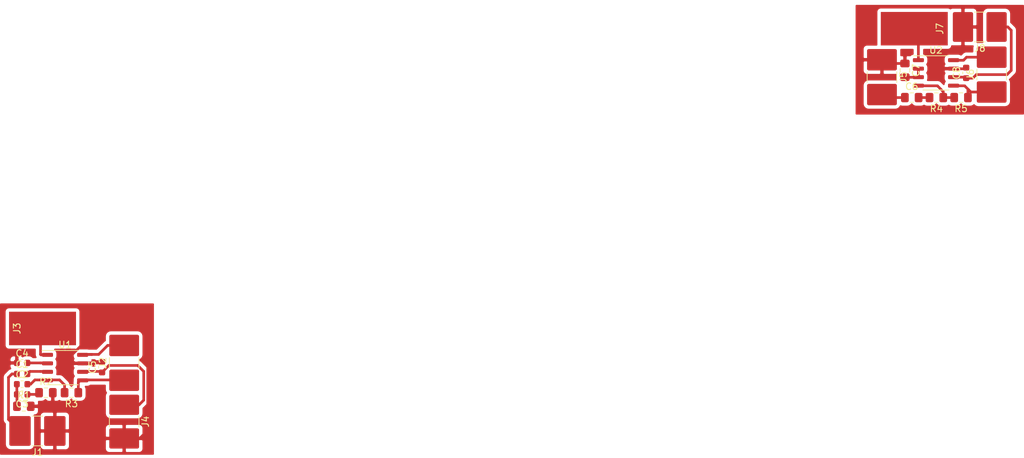
<source format=kicad_pcb>
(kicad_pcb (version 20171130) (host pcbnew 5.1.6-c6e7f7d~86~ubuntu18.04.1)

  (general
    (thickness 1.6)
    (drawings 0)
    (tracks 93)
    (zones 0)
    (modules 23)
    (nets 19)
  )

  (page A4)
  (layers
    (0 F.Cu signal)
    (31 B.Cu signal)
    (32 B.Adhes user)
    (33 F.Adhes user)
    (34 B.Paste user)
    (35 F.Paste user)
    (36 B.SilkS user)
    (37 F.SilkS user)
    (38 B.Mask user)
    (39 F.Mask user)
    (40 Dwgs.User user)
    (41 Cmts.User user)
    (42 Eco1.User user)
    (43 Eco2.User user)
    (44 Edge.Cuts user)
    (45 Margin user)
    (46 B.CrtYd user)
    (47 F.CrtYd user)
    (48 B.Fab user)
    (49 F.Fab user)
  )

  (setup
    (last_trace_width 0.4)
    (user_trace_width 0.4)
    (trace_clearance 0.2)
    (zone_clearance 0.508)
    (zone_45_only no)
    (trace_min 0.2)
    (via_size 0.8)
    (via_drill 0.4)
    (via_min_size 0.4)
    (via_min_drill 0.3)
    (uvia_size 0.3)
    (uvia_drill 0.1)
    (uvias_allowed no)
    (uvia_min_size 0.2)
    (uvia_min_drill 0.1)
    (edge_width 0.1)
    (segment_width 0.2)
    (pcb_text_width 0.3)
    (pcb_text_size 1.5 1.5)
    (mod_edge_width 0.15)
    (mod_text_size 1 1)
    (mod_text_width 0.15)
    (pad_size 1.524 1.524)
    (pad_drill 0.762)
    (pad_to_mask_clearance 0)
    (aux_axis_origin 0 0)
    (visible_elements FFFFEF7F)
    (pcbplotparams
      (layerselection 0x00000_7fffffff)
      (usegerberextensions false)
      (usegerberattributes true)
      (usegerberadvancedattributes true)
      (creategerberjobfile true)
      (excludeedgelayer true)
      (linewidth 0.020000)
      (plotframeref false)
      (viasonmask false)
      (mode 1)
      (useauxorigin false)
      (hpglpennumber 1)
      (hpglpenspeed 20)
      (hpglpendiameter 15.000000)
      (psnegative true)
      (psa4output false)
      (plotreference true)
      (plotvalue true)
      (plotinvisibletext false)
      (padsonsilk false)
      (subtractmaskfromsilk false)
      (outputformat 5)
      (mirror false)
      (drillshape 0)
      (scaleselection 1)
      (outputdirectory ""))
  )

  (net 0 "")
  (net 1 "Net-(C1-Pad2)")
  (net 2 "Net-(C1-Pad1)")
  (net 3 "Net-(C2-Pad2)")
  (net 4 "Net-(C2-Pad1)")
  (net 5 "Net-(C3-Pad1)")
  (net 6 "Net-(C4-Pad2)")
  (net 7 GND)
  (net 8 +3V3)
  (net 9 "Net-(C6-Pad2)")
  (net 10 "Net-(C6-Pad1)")
  (net 11 "Net-(C7-Pad2)")
  (net 12 "Net-(J6-Pad2)")
  (net 13 "Net-(J7-Pad1)")
  (net 14 "Net-(R4-Pad1)")
  (net 15 "Net-(J6-Pad1)")
  (net 16 "Net-(J2-Pad2)")
  (net 17 "Net-(J3-Pad1)")
  (net 18 "Net-(J2-Pad1)")

  (net_class Default "This is the default net class."
    (clearance 0.2)
    (trace_width 0.25)
    (via_dia 0.8)
    (via_drill 0.4)
    (uvia_dia 0.3)
    (uvia_drill 0.1)
    (add_net +3V3)
    (add_net GND)
    (add_net "Net-(C1-Pad1)")
    (add_net "Net-(C1-Pad2)")
    (add_net "Net-(C2-Pad1)")
    (add_net "Net-(C2-Pad2)")
    (add_net "Net-(C3-Pad1)")
    (add_net "Net-(C4-Pad2)")
    (add_net "Net-(C6-Pad1)")
    (add_net "Net-(C6-Pad2)")
    (add_net "Net-(C7-Pad2)")
    (add_net "Net-(J2-Pad1)")
    (add_net "Net-(J2-Pad2)")
    (add_net "Net-(J3-Pad1)")
    (add_net "Net-(J6-Pad1)")
    (add_net "Net-(J6-Pad2)")
    (add_net "Net-(J7-Pad1)")
    (add_net "Net-(R4-Pad1)")
  )

  (module Package_SO:SOP-8_3.9x4.9mm_P1.27mm (layer F.Cu) (tedit 5D85E2CC) (tstamp 5EF37129)
    (at 262.3185 43.434)
    (descr "SOP, 8 Pin (http://www.macronix.com/Lists/Datasheet/Attachments/7534/MX25R3235F,%20Wide%20Range,%2032Mb,%20v1.6.pdf#page=79), generated with kicad-footprint-generator ipc_gullwing_generator.py")
    (tags "SOP SO")
    (path /5EF3E04C)
    (attr smd)
    (fp_text reference U2 (at 0 -3.4) (layer F.SilkS)
      (effects (font (size 1 1) (thickness 0.15)))
    )
    (fp_text value MD8002 (at 0 3.4) (layer F.Fab)
      (effects (font (size 1 1) (thickness 0.15)))
    )
    (fp_text user %R (at 0 0) (layer F.Fab)
      (effects (font (size 0.98 0.98) (thickness 0.15)))
    )
    (fp_line (start 0 2.56) (end 1.95 2.56) (layer F.SilkS) (width 0.12))
    (fp_line (start 0 2.56) (end -1.95 2.56) (layer F.SilkS) (width 0.12))
    (fp_line (start 0 -2.56) (end 1.95 -2.56) (layer F.SilkS) (width 0.12))
    (fp_line (start 0 -2.56) (end -3.45 -2.56) (layer F.SilkS) (width 0.12))
    (fp_line (start -0.975 -2.45) (end 1.95 -2.45) (layer F.Fab) (width 0.1))
    (fp_line (start 1.95 -2.45) (end 1.95 2.45) (layer F.Fab) (width 0.1))
    (fp_line (start 1.95 2.45) (end -1.95 2.45) (layer F.Fab) (width 0.1))
    (fp_line (start -1.95 2.45) (end -1.95 -1.475) (layer F.Fab) (width 0.1))
    (fp_line (start -1.95 -1.475) (end -0.975 -2.45) (layer F.Fab) (width 0.1))
    (fp_line (start -3.7 -2.7) (end -3.7 2.7) (layer F.CrtYd) (width 0.05))
    (fp_line (start -3.7 2.7) (end 3.7 2.7) (layer F.CrtYd) (width 0.05))
    (fp_line (start 3.7 2.7) (end 3.7 -2.7) (layer F.CrtYd) (width 0.05))
    (fp_line (start 3.7 -2.7) (end -3.7 -2.7) (layer F.CrtYd) (width 0.05))
    (pad 8 smd roundrect (at 2.625 -1.905) (size 1.65 0.6) (layers F.Cu F.Paste F.Mask) (roundrect_rratio 0.25)
      (net 12 "Net-(J6-Pad2)"))
    (pad 7 smd roundrect (at 2.625 -0.635) (size 1.65 0.6) (layers F.Cu F.Paste F.Mask) (roundrect_rratio 0.25)
      (net 7 GND))
    (pad 6 smd roundrect (at 2.625 0.635) (size 1.65 0.6) (layers F.Cu F.Paste F.Mask) (roundrect_rratio 0.25)
      (net 8 +3V3))
    (pad 5 smd roundrect (at 2.625 1.905) (size 1.65 0.6) (layers F.Cu F.Paste F.Mask) (roundrect_rratio 0.25)
      (net 15 "Net-(J6-Pad1)"))
    (pad 4 smd roundrect (at -2.625 1.905) (size 1.65 0.6) (layers F.Cu F.Paste F.Mask) (roundrect_rratio 0.25)
      (net 14 "Net-(R4-Pad1)"))
    (pad 3 smd roundrect (at -2.625 0.635) (size 1.65 0.6) (layers F.Cu F.Paste F.Mask) (roundrect_rratio 0.25)
      (net 11 "Net-(C7-Pad2)"))
    (pad 2 smd roundrect (at -2.625 -0.635) (size 1.65 0.6) (layers F.Cu F.Paste F.Mask) (roundrect_rratio 0.25)
      (net 11 "Net-(C7-Pad2)"))
    (pad 1 smd roundrect (at -2.625 -1.905) (size 1.65 0.6) (layers F.Cu F.Paste F.Mask) (roundrect_rratio 0.25)
      (net 13 "Net-(J7-Pad1)"))
    (model ${KISYS3DMOD}/Package_SO.3dshapes/SOP-8_3.9x4.9mm_P1.27mm.wrl
      (at (xyz 0 0 0))
      (scale (xyz 1 1 1))
      (rotate (xyz 0 0 0))
    )
  )

  (module Package_SO:SOP-8_3.9x4.9mm_P1.27mm (layer F.Cu) (tedit 5D85E2CC) (tstamp 5EF3710F)
    (at 132.2705 87.4395)
    (descr "SOP, 8 Pin (http://www.macronix.com/Lists/Datasheet/Attachments/7534/MX25R3235F,%20Wide%20Range,%2032Mb,%20v1.6.pdf#page=79), generated with kicad-footprint-generator ipc_gullwing_generator.py")
    (tags "SOP SO")
    (path /5EF3E868)
    (attr smd)
    (fp_text reference U1 (at 0 -3.4) (layer F.SilkS)
      (effects (font (size 1 1) (thickness 0.15)))
    )
    (fp_text value MC34119 (at 0 3.4) (layer F.Fab)
      (effects (font (size 1 1) (thickness 0.15)))
    )
    (fp_text user %R (at 0 0) (layer F.Fab)
      (effects (font (size 0.98 0.98) (thickness 0.15)))
    )
    (fp_line (start 0 2.56) (end 1.95 2.56) (layer F.SilkS) (width 0.12))
    (fp_line (start 0 2.56) (end -1.95 2.56) (layer F.SilkS) (width 0.12))
    (fp_line (start 0 -2.56) (end 1.95 -2.56) (layer F.SilkS) (width 0.12))
    (fp_line (start 0 -2.56) (end -3.45 -2.56) (layer F.SilkS) (width 0.12))
    (fp_line (start -0.975 -2.45) (end 1.95 -2.45) (layer F.Fab) (width 0.1))
    (fp_line (start 1.95 -2.45) (end 1.95 2.45) (layer F.Fab) (width 0.1))
    (fp_line (start 1.95 2.45) (end -1.95 2.45) (layer F.Fab) (width 0.1))
    (fp_line (start -1.95 2.45) (end -1.95 -1.475) (layer F.Fab) (width 0.1))
    (fp_line (start -1.95 -1.475) (end -0.975 -2.45) (layer F.Fab) (width 0.1))
    (fp_line (start -3.7 -2.7) (end -3.7 2.7) (layer F.CrtYd) (width 0.05))
    (fp_line (start -3.7 2.7) (end 3.7 2.7) (layer F.CrtYd) (width 0.05))
    (fp_line (start 3.7 2.7) (end 3.7 -2.7) (layer F.CrtYd) (width 0.05))
    (fp_line (start 3.7 -2.7) (end -3.7 -2.7) (layer F.CrtYd) (width 0.05))
    (pad 8 smd roundrect (at 2.625 -1.905) (size 1.65 0.6) (layers F.Cu F.Paste F.Mask) (roundrect_rratio 0.25)
      (net 16 "Net-(J2-Pad2)"))
    (pad 7 smd roundrect (at 2.625 -0.635) (size 1.65 0.6) (layers F.Cu F.Paste F.Mask) (roundrect_rratio 0.25)
      (net 7 GND))
    (pad 6 smd roundrect (at 2.625 0.635) (size 1.65 0.6) (layers F.Cu F.Paste F.Mask) (roundrect_rratio 0.25)
      (net 8 +3V3))
    (pad 5 smd roundrect (at 2.625 1.905) (size 1.65 0.6) (layers F.Cu F.Paste F.Mask) (roundrect_rratio 0.25)
      (net 18 "Net-(J2-Pad1)"))
    (pad 4 smd roundrect (at -2.625 1.905) (size 1.65 0.6) (layers F.Cu F.Paste F.Mask) (roundrect_rratio 0.25)
      (net 3 "Net-(C2-Pad2)"))
    (pad 3 smd roundrect (at -2.625 0.635) (size 1.65 0.6) (layers F.Cu F.Paste F.Mask) (roundrect_rratio 0.25)
      (net 1 "Net-(C1-Pad2)"))
    (pad 2 smd roundrect (at -2.625 -0.635) (size 1.65 0.6) (layers F.Cu F.Paste F.Mask) (roundrect_rratio 0.25)
      (net 6 "Net-(C4-Pad2)"))
    (pad 1 smd roundrect (at -2.625 -1.905) (size 1.65 0.6) (layers F.Cu F.Paste F.Mask) (roundrect_rratio 0.25)
      (net 17 "Net-(J3-Pad1)"))
    (model ${KISYS3DMOD}/Package_SO.3dshapes/SOP-8_3.9x4.9mm_P1.27mm.wrl
      (at (xyz 0 0 0))
      (scale (xyz 1 1 1))
      (rotate (xyz 0 0 0))
    )
  )

  (module Resistor_SMD:R_0805_2012Metric_Pad1.15x1.40mm_HandSolder (layer F.Cu) (tedit 5B36C52B) (tstamp 5EF0D188)
    (at 266.065 47.117 180)
    (descr "Resistor SMD 0805 (2012 Metric), square (rectangular) end terminal, IPC_7351 nominal with elongated pad for handsoldering. (Body size source: https://docs.google.com/spreadsheets/d/1BsfQQcO9C6DZCsRaXUlFlo91Tg2WpOkGARC1WS5S8t0/edit?usp=sharing), generated with kicad-footprint-generator")
    (tags "resistor handsolder")
    (path /5EF19F23)
    (attr smd)
    (fp_text reference R5 (at 0 -1.65) (layer F.SilkS)
      (effects (font (size 1 1) (thickness 0.15)))
    )
    (fp_text value 20k (at 0 1.65) (layer F.Fab)
      (effects (font (size 1 1) (thickness 0.15)))
    )
    (fp_line (start 1.85 0.95) (end -1.85 0.95) (layer F.CrtYd) (width 0.05))
    (fp_line (start 1.85 -0.95) (end 1.85 0.95) (layer F.CrtYd) (width 0.05))
    (fp_line (start -1.85 -0.95) (end 1.85 -0.95) (layer F.CrtYd) (width 0.05))
    (fp_line (start -1.85 0.95) (end -1.85 -0.95) (layer F.CrtYd) (width 0.05))
    (fp_line (start -0.261252 0.71) (end 0.261252 0.71) (layer F.SilkS) (width 0.12))
    (fp_line (start -0.261252 -0.71) (end 0.261252 -0.71) (layer F.SilkS) (width 0.12))
    (fp_line (start 1 0.6) (end -1 0.6) (layer F.Fab) (width 0.1))
    (fp_line (start 1 -0.6) (end 1 0.6) (layer F.Fab) (width 0.1))
    (fp_line (start -1 -0.6) (end 1 -0.6) (layer F.Fab) (width 0.1))
    (fp_line (start -1 0.6) (end -1 -0.6) (layer F.Fab) (width 0.1))
    (fp_text user %R (at 0 0) (layer F.Fab)
      (effects (font (size 0.5 0.5) (thickness 0.08)))
    )
    (pad 2 smd roundrect (at 1.025 0 180) (size 1.15 1.4) (layers F.Cu F.Paste F.Mask) (roundrect_rratio 0.217391)
      (net 14 "Net-(R4-Pad1)"))
    (pad 1 smd roundrect (at -1.025 0 180) (size 1.15 1.4) (layers F.Cu F.Paste F.Mask) (roundrect_rratio 0.217391)
      (net 15 "Net-(J6-Pad1)"))
    (model ${KISYS3DMOD}/Resistor_SMD.3dshapes/R_0805_2012Metric.wrl
      (at (xyz 0 0 0))
      (scale (xyz 1 1 1))
      (rotate (xyz 0 0 0))
    )
  )

  (module Resistor_SMD:R_0805_2012Metric_Pad1.15x1.40mm_HandSolder (layer F.Cu) (tedit 5B36C52B) (tstamp 5EF0D177)
    (at 262.382 47.117 180)
    (descr "Resistor SMD 0805 (2012 Metric), square (rectangular) end terminal, IPC_7351 nominal with elongated pad for handsoldering. (Body size source: https://docs.google.com/spreadsheets/d/1BsfQQcO9C6DZCsRaXUlFlo91Tg2WpOkGARC1WS5S8t0/edit?usp=sharing), generated with kicad-footprint-generator")
    (tags "resistor handsolder")
    (path /5EF240E3)
    (attr smd)
    (fp_text reference R4 (at 0 -1.65) (layer F.SilkS)
      (effects (font (size 1 1) (thickness 0.15)))
    )
    (fp_text value 20k (at 0 1.65) (layer F.Fab)
      (effects (font (size 1 1) (thickness 0.15)))
    )
    (fp_line (start 1.85 0.95) (end -1.85 0.95) (layer F.CrtYd) (width 0.05))
    (fp_line (start 1.85 -0.95) (end 1.85 0.95) (layer F.CrtYd) (width 0.05))
    (fp_line (start -1.85 -0.95) (end 1.85 -0.95) (layer F.CrtYd) (width 0.05))
    (fp_line (start -1.85 0.95) (end -1.85 -0.95) (layer F.CrtYd) (width 0.05))
    (fp_line (start -0.261252 0.71) (end 0.261252 0.71) (layer F.SilkS) (width 0.12))
    (fp_line (start -0.261252 -0.71) (end 0.261252 -0.71) (layer F.SilkS) (width 0.12))
    (fp_line (start 1 0.6) (end -1 0.6) (layer F.Fab) (width 0.1))
    (fp_line (start 1 -0.6) (end 1 0.6) (layer F.Fab) (width 0.1))
    (fp_line (start -1 -0.6) (end 1 -0.6) (layer F.Fab) (width 0.1))
    (fp_line (start -1 0.6) (end -1 -0.6) (layer F.Fab) (width 0.1))
    (fp_text user %R (at 0 0) (layer F.Fab)
      (effects (font (size 0.5 0.5) (thickness 0.08)))
    )
    (pad 2 smd roundrect (at 1.025 0 180) (size 1.15 1.4) (layers F.Cu F.Paste F.Mask) (roundrect_rratio 0.217391)
      (net 9 "Net-(C6-Pad2)"))
    (pad 1 smd roundrect (at -1.025 0 180) (size 1.15 1.4) (layers F.Cu F.Paste F.Mask) (roundrect_rratio 0.217391)
      (net 14 "Net-(R4-Pad1)"))
    (model ${KISYS3DMOD}/Resistor_SMD.3dshapes/R_0805_2012Metric.wrl
      (at (xyz 0 0 0))
      (scale (xyz 1 1 1))
      (rotate (xyz 0 0 0))
    )
  )

  (module Capacitor_SMD:C_2816_7142Metric (layer F.Cu) (tedit 5B341556) (tstamp 5EF0D106)
    (at 268.859 36.576 180)
    (descr "Capacitor SMD 2816 (7142 Metric), square (rectangular) end terminal, IPC_7351 nominal, (Body size from: https://www.vishay.com/docs/30100/wsl.pdf), generated with kicad-footprint-generator")
    (tags capacitor)
    (path /5EF19F46)
    (attr smd)
    (fp_text reference J8 (at 0 -3.18) (layer F.SilkS)
      (effects (font (size 1 1) (thickness 0.15)))
    )
    (fp_text value power (at 0 3.18) (layer F.Fab)
      (effects (font (size 1 1) (thickness 0.15)))
    )
    (fp_line (start 4.28 2.48) (end -4.28 2.48) (layer F.CrtYd) (width 0.05))
    (fp_line (start 4.28 -2.48) (end 4.28 2.48) (layer F.CrtYd) (width 0.05))
    (fp_line (start -4.28 -2.48) (end 4.28 -2.48) (layer F.CrtYd) (width 0.05))
    (fp_line (start -4.28 2.48) (end -4.28 -2.48) (layer F.CrtYd) (width 0.05))
    (fp_line (start -0.797369 2.21) (end 0.797369 2.21) (layer F.SilkS) (width 0.12))
    (fp_line (start -0.797369 -2.21) (end 0.797369 -2.21) (layer F.SilkS) (width 0.12))
    (fp_line (start 3.55 2.1) (end -3.55 2.1) (layer F.Fab) (width 0.1))
    (fp_line (start 3.55 -2.1) (end 3.55 2.1) (layer F.Fab) (width 0.1))
    (fp_line (start -3.55 -2.1) (end 3.55 -2.1) (layer F.Fab) (width 0.1))
    (fp_line (start -3.55 2.1) (end -3.55 -2.1) (layer F.Fab) (width 0.1))
    (fp_text user %R (at 0 0) (layer F.Fab)
      (effects (font (size 1 1) (thickness 0.15)))
    )
    (pad 2 smd roundrect (at 2.5125 0 180) (size 3.025 4.45) (layers F.Cu F.Paste F.Mask) (roundrect_rratio 0.082645)
      (net 7 GND))
    (pad 1 smd roundrect (at -2.5125 0 180) (size 3.025 4.45) (layers F.Cu F.Paste F.Mask) (roundrect_rratio 0.082645)
      (net 8 +3V3))
    (model ${KISYS3DMOD}/Capacitor_SMD.3dshapes/C_2816_7142Metric.wrl
      (at (xyz 0 0 0))
      (scale (xyz 1 1 1))
      (rotate (xyz 0 0 0))
    )
  )

  (module Connector_Wire:SolderWirePad_1x01_SMD_5x10mm (layer F.Cu) (tedit 5640A485) (tstamp 5EF0D0F5)
    (at 259.08 36.83 270)
    (descr "Wire Pad, Square, SMD Pad,  5mm x 10mm,")
    (tags "MesurementPoint Square SMDPad 5mmx10mm ")
    (path /5EF19F3C)
    (attr smd virtual)
    (fp_text reference J7 (at 0 -3.81 90) (layer F.SilkS)
      (effects (font (size 1 1) (thickness 0.15)))
    )
    (fp_text value mute (at 0 6.35 90) (layer F.Fab)
      (effects (font (size 1 1) (thickness 0.15)))
    )
    (fp_line (start -2.75 -5.25) (end -2.75 5.25) (layer F.CrtYd) (width 0.05))
    (fp_line (start -2.75 5.25) (end 2.75 5.25) (layer F.CrtYd) (width 0.05))
    (fp_line (start 2.75 5.25) (end 2.75 -5.25) (layer F.CrtYd) (width 0.05))
    (fp_line (start 2.75 -5.25) (end -2.75 -5.25) (layer F.CrtYd) (width 0.05))
    (fp_text user %R (at 0 0 90) (layer F.Fab)
      (effects (font (size 1 1) (thickness 0.15)))
    )
    (pad 1 smd rect (at 0 0 270) (size 5 10) (layers F.Cu F.Paste F.Mask)
      (net 13 "Net-(J7-Pad1)"))
  )

  (module Capacitor_SMD:C_2816_7142Metric_Pad3.20x4.45mm_HandSolder (layer F.Cu) (tedit 5B341556) (tstamp 5EF0D0EB)
    (at 270.637 43.688 90)
    (descr "Capacitor SMD 2816 (7142 Metric), square (rectangular) end terminal, IPC_7351 nominal with elongated pad for handsoldering. (Body size from: https://www.vishay.com/docs/30100/wsl.pdf), generated with kicad-footprint-generator")
    (tags "capacitor handsolder")
    (path /5EF19F19)
    (attr smd)
    (fp_text reference J6 (at 0 -3.18 90) (layer F.SilkS)
      (effects (font (size 1 1) (thickness 0.15)))
    )
    (fp_text value speaker (at 0 3.18 90) (layer F.Fab)
      (effects (font (size 1 1) (thickness 0.15)))
    )
    (fp_line (start 4.45 2.48) (end -4.45 2.48) (layer F.CrtYd) (width 0.05))
    (fp_line (start 4.45 -2.48) (end 4.45 2.48) (layer F.CrtYd) (width 0.05))
    (fp_line (start -4.45 -2.48) (end 4.45 -2.48) (layer F.CrtYd) (width 0.05))
    (fp_line (start -4.45 2.48) (end -4.45 -2.48) (layer F.CrtYd) (width 0.05))
    (fp_line (start -0.797369 2.21) (end 0.797369 2.21) (layer F.SilkS) (width 0.12))
    (fp_line (start -0.797369 -2.21) (end 0.797369 -2.21) (layer F.SilkS) (width 0.12))
    (fp_line (start 3.55 2.1) (end -3.55 2.1) (layer F.Fab) (width 0.1))
    (fp_line (start 3.55 -2.1) (end 3.55 2.1) (layer F.Fab) (width 0.1))
    (fp_line (start -3.55 -2.1) (end 3.55 -2.1) (layer F.Fab) (width 0.1))
    (fp_line (start -3.55 2.1) (end -3.55 -2.1) (layer F.Fab) (width 0.1))
    (fp_text user %R (at 0 0 90) (layer F.Fab)
      (effects (font (size 1 1) (thickness 0.15)))
    )
    (pad 2 smd roundrect (at 2.6 0 90) (size 3.2 4.45) (layers F.Cu F.Paste F.Mask) (roundrect_rratio 0.078125)
      (net 12 "Net-(J6-Pad2)"))
    (pad 1 smd roundrect (at -2.6 0 90) (size 3.2 4.45) (layers F.Cu F.Paste F.Mask) (roundrect_rratio 0.078125)
      (net 15 "Net-(J6-Pad1)"))
    (model ${KISYS3DMOD}/Capacitor_SMD.3dshapes/C_2816_7142Metric.wrl
      (at (xyz 0 0 0))
      (scale (xyz 1 1 1))
      (rotate (xyz 0 0 0))
    )
  )

  (module Capacitor_SMD:C_2816_7142Metric_Pad3.20x4.45mm_HandSolder (layer F.Cu) (tedit 5B341556) (tstamp 5EF0D0DA)
    (at 254.254 44.069 270)
    (descr "Capacitor SMD 2816 (7142 Metric), square (rectangular) end terminal, IPC_7351 nominal with elongated pad for handsoldering. (Body size from: https://www.vishay.com/docs/30100/wsl.pdf), generated with kicad-footprint-generator")
    (tags "capacitor handsolder")
    (path /5EF19F2F)
    (attr smd)
    (fp_text reference J5 (at 0 -3.18 90) (layer F.SilkS)
      (effects (font (size 1 1) (thickness 0.15)))
    )
    (fp_text value in (at 0 3.18 90) (layer F.Fab)
      (effects (font (size 1 1) (thickness 0.15)))
    )
    (fp_line (start 4.45 2.48) (end -4.45 2.48) (layer F.CrtYd) (width 0.05))
    (fp_line (start 4.45 -2.48) (end 4.45 2.48) (layer F.CrtYd) (width 0.05))
    (fp_line (start -4.45 -2.48) (end 4.45 -2.48) (layer F.CrtYd) (width 0.05))
    (fp_line (start -4.45 2.48) (end -4.45 -2.48) (layer F.CrtYd) (width 0.05))
    (fp_line (start -0.797369 2.21) (end 0.797369 2.21) (layer F.SilkS) (width 0.12))
    (fp_line (start -0.797369 -2.21) (end 0.797369 -2.21) (layer F.SilkS) (width 0.12))
    (fp_line (start 3.55 2.1) (end -3.55 2.1) (layer F.Fab) (width 0.1))
    (fp_line (start 3.55 -2.1) (end 3.55 2.1) (layer F.Fab) (width 0.1))
    (fp_line (start -3.55 -2.1) (end 3.55 -2.1) (layer F.Fab) (width 0.1))
    (fp_line (start -3.55 2.1) (end -3.55 -2.1) (layer F.Fab) (width 0.1))
    (fp_text user %R (at 0 0 90) (layer F.Fab)
      (effects (font (size 1 1) (thickness 0.15)))
    )
    (pad 2 smd roundrect (at 2.6 0 270) (size 3.2 4.45) (layers F.Cu F.Paste F.Mask) (roundrect_rratio 0.078125)
      (net 10 "Net-(C6-Pad1)"))
    (pad 1 smd roundrect (at -2.6 0 270) (size 3.2 4.45) (layers F.Cu F.Paste F.Mask) (roundrect_rratio 0.078125)
      (net 7 GND))
    (model ${KISYS3DMOD}/Capacitor_SMD.3dshapes/C_2816_7142Metric.wrl
      (at (xyz 0 0 0))
      (scale (xyz 1 1 1))
      (rotate (xyz 0 0 0))
    )
  )

  (module Capacitor_SMD:C_0603_1608Metric (layer F.Cu) (tedit 5B301BBE) (tstamp 5EF0D01B)
    (at 266.827 43.434 90)
    (descr "Capacitor SMD 0603 (1608 Metric), square (rectangular) end terminal, IPC_7351 nominal, (Body size source: http://www.tortai-tech.com/upload/download/2011102023233369053.pdf), generated with kicad-footprint-generator")
    (tags capacitor)
    (path /5EF19F58)
    (attr smd)
    (fp_text reference C8 (at 0 -1.43 90) (layer F.SilkS)
      (effects (font (size 1 1) (thickness 0.15)))
    )
    (fp_text value 0.1uF (at 0 1.43 90) (layer F.Fab)
      (effects (font (size 1 1) (thickness 0.15)))
    )
    (fp_line (start 1.48 0.73) (end -1.48 0.73) (layer F.CrtYd) (width 0.05))
    (fp_line (start 1.48 -0.73) (end 1.48 0.73) (layer F.CrtYd) (width 0.05))
    (fp_line (start -1.48 -0.73) (end 1.48 -0.73) (layer F.CrtYd) (width 0.05))
    (fp_line (start -1.48 0.73) (end -1.48 -0.73) (layer F.CrtYd) (width 0.05))
    (fp_line (start -0.162779 0.51) (end 0.162779 0.51) (layer F.SilkS) (width 0.12))
    (fp_line (start -0.162779 -0.51) (end 0.162779 -0.51) (layer F.SilkS) (width 0.12))
    (fp_line (start 0.8 0.4) (end -0.8 0.4) (layer F.Fab) (width 0.1))
    (fp_line (start 0.8 -0.4) (end 0.8 0.4) (layer F.Fab) (width 0.1))
    (fp_line (start -0.8 -0.4) (end 0.8 -0.4) (layer F.Fab) (width 0.1))
    (fp_line (start -0.8 0.4) (end -0.8 -0.4) (layer F.Fab) (width 0.1))
    (fp_text user %R (at 0 0 90) (layer F.Fab)
      (effects (font (size 0.4 0.4) (thickness 0.06)))
    )
    (pad 2 smd roundrect (at 0.7875 0 90) (size 0.875 0.95) (layers F.Cu F.Paste F.Mask) (roundrect_rratio 0.25)
      (net 7 GND))
    (pad 1 smd roundrect (at -0.7875 0 90) (size 0.875 0.95) (layers F.Cu F.Paste F.Mask) (roundrect_rratio 0.25)
      (net 8 +3V3))
    (model ${KISYS3DMOD}/Capacitor_SMD.3dshapes/C_0603_1608Metric.wrl
      (at (xyz 0 0 0))
      (scale (xyz 1 1 1))
      (rotate (xyz 0 0 0))
    )
  )

  (module Capacitor_SMD:C_0805_2012Metric_Pad1.15x1.40mm_HandSolder (layer F.Cu) (tedit 5B36C52B) (tstamp 5EF0D00A)
    (at 257.683 43.053 270)
    (descr "Capacitor SMD 0805 (2012 Metric), square (rectangular) end terminal, IPC_7351 nominal with elongated pad for handsoldering. (Body size source: https://docs.google.com/spreadsheets/d/1BsfQQcO9C6DZCsRaXUlFlo91Tg2WpOkGARC1WS5S8t0/edit?usp=sharing), generated with kicad-footprint-generator")
    (tags "capacitor handsolder")
    (path /5EF19EFE)
    (attr smd)
    (fp_text reference C7 (at 0 -1.65 90) (layer F.SilkS)
      (effects (font (size 1 1) (thickness 0.15)))
    )
    (fp_text value 5uF (at 0 1.65 90) (layer F.Fab)
      (effects (font (size 1 1) (thickness 0.15)))
    )
    (fp_line (start 1.85 0.95) (end -1.85 0.95) (layer F.CrtYd) (width 0.05))
    (fp_line (start 1.85 -0.95) (end 1.85 0.95) (layer F.CrtYd) (width 0.05))
    (fp_line (start -1.85 -0.95) (end 1.85 -0.95) (layer F.CrtYd) (width 0.05))
    (fp_line (start -1.85 0.95) (end -1.85 -0.95) (layer F.CrtYd) (width 0.05))
    (fp_line (start -0.261252 0.71) (end 0.261252 0.71) (layer F.SilkS) (width 0.12))
    (fp_line (start -0.261252 -0.71) (end 0.261252 -0.71) (layer F.SilkS) (width 0.12))
    (fp_line (start 1 0.6) (end -1 0.6) (layer F.Fab) (width 0.1))
    (fp_line (start 1 -0.6) (end 1 0.6) (layer F.Fab) (width 0.1))
    (fp_line (start -1 -0.6) (end 1 -0.6) (layer F.Fab) (width 0.1))
    (fp_line (start -1 0.6) (end -1 -0.6) (layer F.Fab) (width 0.1))
    (fp_text user %R (at 0 0 90) (layer F.Fab)
      (effects (font (size 0.5 0.5) (thickness 0.08)))
    )
    (pad 2 smd roundrect (at 1.025 0 270) (size 1.15 1.4) (layers F.Cu F.Paste F.Mask) (roundrect_rratio 0.217391)
      (net 11 "Net-(C7-Pad2)"))
    (pad 1 smd roundrect (at -1.025 0 270) (size 1.15 1.4) (layers F.Cu F.Paste F.Mask) (roundrect_rratio 0.217391)
      (net 7 GND))
    (model ${KISYS3DMOD}/Capacitor_SMD.3dshapes/C_0805_2012Metric.wrl
      (at (xyz 0 0 0))
      (scale (xyz 1 1 1))
      (rotate (xyz 0 0 0))
    )
  )

  (module Capacitor_SMD:C_0805_2012Metric_Pad1.15x1.40mm_HandSolder (layer F.Cu) (tedit 5B36C52B) (tstamp 5EF0CFF9)
    (at 258.699 47.117)
    (descr "Capacitor SMD 0805 (2012 Metric), square (rectangular) end terminal, IPC_7351 nominal with elongated pad for handsoldering. (Body size source: https://docs.google.com/spreadsheets/d/1BsfQQcO9C6DZCsRaXUlFlo91Tg2WpOkGARC1WS5S8t0/edit?usp=sharing), generated with kicad-footprint-generator")
    (tags "capacitor handsolder")
    (path /5EF19EE0)
    (attr smd)
    (fp_text reference C6 (at 0 -1.65) (layer F.SilkS)
      (effects (font (size 1 1) (thickness 0.15)))
    )
    (fp_text value 0.5uF (at 0 1.65) (layer F.Fab)
      (effects (font (size 1 1) (thickness 0.15)))
    )
    (fp_line (start 1.85 0.95) (end -1.85 0.95) (layer F.CrtYd) (width 0.05))
    (fp_line (start 1.85 -0.95) (end 1.85 0.95) (layer F.CrtYd) (width 0.05))
    (fp_line (start -1.85 -0.95) (end 1.85 -0.95) (layer F.CrtYd) (width 0.05))
    (fp_line (start -1.85 0.95) (end -1.85 -0.95) (layer F.CrtYd) (width 0.05))
    (fp_line (start -0.261252 0.71) (end 0.261252 0.71) (layer F.SilkS) (width 0.12))
    (fp_line (start -0.261252 -0.71) (end 0.261252 -0.71) (layer F.SilkS) (width 0.12))
    (fp_line (start 1 0.6) (end -1 0.6) (layer F.Fab) (width 0.1))
    (fp_line (start 1 -0.6) (end 1 0.6) (layer F.Fab) (width 0.1))
    (fp_line (start -1 -0.6) (end 1 -0.6) (layer F.Fab) (width 0.1))
    (fp_line (start -1 0.6) (end -1 -0.6) (layer F.Fab) (width 0.1))
    (fp_text user %R (at 0 0) (layer F.Fab)
      (effects (font (size 0.5 0.5) (thickness 0.08)))
    )
    (pad 2 smd roundrect (at 1.025 0) (size 1.15 1.4) (layers F.Cu F.Paste F.Mask) (roundrect_rratio 0.217391)
      (net 9 "Net-(C6-Pad2)"))
    (pad 1 smd roundrect (at -1.025 0) (size 1.15 1.4) (layers F.Cu F.Paste F.Mask) (roundrect_rratio 0.217391)
      (net 10 "Net-(C6-Pad1)"))
    (model ${KISYS3DMOD}/Capacitor_SMD.3dshapes/C_0805_2012Metric.wrl
      (at (xyz 0 0 0))
      (scale (xyz 1 1 1))
      (rotate (xyz 0 0 0))
    )
  )

  (module Capacitor_SMD:C_0603_1608Metric (layer F.Cu) (tedit 5B301BBE) (tstamp 5EEF9DDD)
    (at 137.795 87.376 90)
    (descr "Capacitor SMD 0603 (1608 Metric), square (rectangular) end terminal, IPC_7351 nominal, (Body size source: http://www.tortai-tech.com/upload/download/2011102023233369053.pdf), generated with kicad-footprint-generator")
    (tags capacitor)
    (path /5EF13BA4)
    (attr smd)
    (fp_text reference C5 (at 0 -1.43 90) (layer F.SilkS)
      (effects (font (size 1 1) (thickness 0.15)))
    )
    (fp_text value 0.1uF (at 0 1.43 90) (layer F.Fab)
      (effects (font (size 1 1) (thickness 0.15)))
    )
    (fp_line (start -0.8 0.4) (end -0.8 -0.4) (layer F.Fab) (width 0.1))
    (fp_line (start -0.8 -0.4) (end 0.8 -0.4) (layer F.Fab) (width 0.1))
    (fp_line (start 0.8 -0.4) (end 0.8 0.4) (layer F.Fab) (width 0.1))
    (fp_line (start 0.8 0.4) (end -0.8 0.4) (layer F.Fab) (width 0.1))
    (fp_line (start -0.162779 -0.51) (end 0.162779 -0.51) (layer F.SilkS) (width 0.12))
    (fp_line (start -0.162779 0.51) (end 0.162779 0.51) (layer F.SilkS) (width 0.12))
    (fp_line (start -1.48 0.73) (end -1.48 -0.73) (layer F.CrtYd) (width 0.05))
    (fp_line (start -1.48 -0.73) (end 1.48 -0.73) (layer F.CrtYd) (width 0.05))
    (fp_line (start 1.48 -0.73) (end 1.48 0.73) (layer F.CrtYd) (width 0.05))
    (fp_line (start 1.48 0.73) (end -1.48 0.73) (layer F.CrtYd) (width 0.05))
    (fp_text user %R (at 0 0 90) (layer F.Fab)
      (effects (font (size 0.4 0.4) (thickness 0.06)))
    )
    (pad 2 smd roundrect (at 0.7875 0 90) (size 0.875 0.95) (layers F.Cu F.Paste F.Mask) (roundrect_rratio 0.25)
      (net 7 GND))
    (pad 1 smd roundrect (at -0.7875 0 90) (size 0.875 0.95) (layers F.Cu F.Paste F.Mask) (roundrect_rratio 0.25)
      (net 8 +3V3))
    (model ${KISYS3DMOD}/Capacitor_SMD.3dshapes/C_0603_1608Metric.wrl
      (at (xyz 0 0 0))
      (scale (xyz 1 1 1))
      (rotate (xyz 0 0 0))
    )
  )

  (module Resistor_SMD:R_0805_2012Metric_Pad1.15x1.40mm_HandSolder (layer F.Cu) (tedit 5B36C52B) (tstamp 5EEF9492)
    (at 133.223 91.186 180)
    (descr "Resistor SMD 0805 (2012 Metric), square (rectangular) end terminal, IPC_7351 nominal with elongated pad for handsoldering. (Body size source: https://docs.google.com/spreadsheets/d/1BsfQQcO9C6DZCsRaXUlFlo91Tg2WpOkGARC1WS5S8t0/edit?usp=sharing), generated with kicad-footprint-generator")
    (tags "resistor handsolder")
    (path /5EF2FDB2)
    (attr smd)
    (fp_text reference R3 (at 0 -1.65) (layer F.SilkS)
      (effects (font (size 1 1) (thickness 0.15)))
    )
    (fp_text value 75k (at 0 1.65) (layer F.Fab)
      (effects (font (size 1 1) (thickness 0.15)))
    )
    (fp_line (start -1 0.6) (end -1 -0.6) (layer F.Fab) (width 0.1))
    (fp_line (start -1 -0.6) (end 1 -0.6) (layer F.Fab) (width 0.1))
    (fp_line (start 1 -0.6) (end 1 0.6) (layer F.Fab) (width 0.1))
    (fp_line (start 1 0.6) (end -1 0.6) (layer F.Fab) (width 0.1))
    (fp_line (start -0.261252 -0.71) (end 0.261252 -0.71) (layer F.SilkS) (width 0.12))
    (fp_line (start -0.261252 0.71) (end 0.261252 0.71) (layer F.SilkS) (width 0.12))
    (fp_line (start -1.85 0.95) (end -1.85 -0.95) (layer F.CrtYd) (width 0.05))
    (fp_line (start -1.85 -0.95) (end 1.85 -0.95) (layer F.CrtYd) (width 0.05))
    (fp_line (start 1.85 -0.95) (end 1.85 0.95) (layer F.CrtYd) (width 0.05))
    (fp_line (start 1.85 0.95) (end -1.85 0.95) (layer F.CrtYd) (width 0.05))
    (fp_text user %R (at 0 0) (layer F.Fab)
      (effects (font (size 0.5 0.5) (thickness 0.08)))
    )
    (pad 2 smd roundrect (at 1.025 0 180) (size 1.15 1.4) (layers F.Cu F.Paste F.Mask) (roundrect_rratio 0.217391)
      (net 3 "Net-(C2-Pad2)"))
    (pad 1 smd roundrect (at -1.025 0 180) (size 1.15 1.4) (layers F.Cu F.Paste F.Mask) (roundrect_rratio 0.217391)
      (net 18 "Net-(J2-Pad1)"))
    (model ${KISYS3DMOD}/Resistor_SMD.3dshapes/R_0805_2012Metric.wrl
      (at (xyz 0 0 0))
      (scale (xyz 1 1 1))
      (rotate (xyz 0 0 0))
    )
  )

  (module Resistor_SMD:R_0805_2012Metric_Pad1.15x1.40mm_HandSolder (layer F.Cu) (tedit 5B36C52B) (tstamp 5EEF9ADA)
    (at 129.413 91.186)
    (descr "Resistor SMD 0805 (2012 Metric), square (rectangular) end terminal, IPC_7351 nominal with elongated pad for handsoldering. (Body size source: https://docs.google.com/spreadsheets/d/1BsfQQcO9C6DZCsRaXUlFlo91Tg2WpOkGARC1WS5S8t0/edit?usp=sharing), generated with kicad-footprint-generator")
    (tags "resistor handsolder")
    (path /5EEF92B3)
    (attr smd)
    (fp_text reference R2 (at 0 -1.65) (layer F.SilkS)
      (effects (font (size 1 1) (thickness 0.15)))
    )
    (fp_text value 22k (at 0 1.65) (layer F.Fab)
      (effects (font (size 1 1) (thickness 0.15)))
    )
    (fp_line (start -1 0.6) (end -1 -0.6) (layer F.Fab) (width 0.1))
    (fp_line (start -1 -0.6) (end 1 -0.6) (layer F.Fab) (width 0.1))
    (fp_line (start 1 -0.6) (end 1 0.6) (layer F.Fab) (width 0.1))
    (fp_line (start 1 0.6) (end -1 0.6) (layer F.Fab) (width 0.1))
    (fp_line (start -0.261252 -0.71) (end 0.261252 -0.71) (layer F.SilkS) (width 0.12))
    (fp_line (start -0.261252 0.71) (end 0.261252 0.71) (layer F.SilkS) (width 0.12))
    (fp_line (start -1.85 0.95) (end -1.85 -0.95) (layer F.CrtYd) (width 0.05))
    (fp_line (start -1.85 -0.95) (end 1.85 -0.95) (layer F.CrtYd) (width 0.05))
    (fp_line (start 1.85 -0.95) (end 1.85 0.95) (layer F.CrtYd) (width 0.05))
    (fp_line (start 1.85 0.95) (end -1.85 0.95) (layer F.CrtYd) (width 0.05))
    (fp_text user %R (at 0 0) (layer F.Fab)
      (effects (font (size 0.5 0.5) (thickness 0.08)))
    )
    (pad 2 smd roundrect (at 1.025 0) (size 1.15 1.4) (layers F.Cu F.Paste F.Mask) (roundrect_rratio 0.217391)
      (net 7 GND))
    (pad 1 smd roundrect (at -1.025 0) (size 1.15 1.4) (layers F.Cu F.Paste F.Mask) (roundrect_rratio 0.217391)
      (net 5 "Net-(C3-Pad1)"))
    (model ${KISYS3DMOD}/Resistor_SMD.3dshapes/R_0805_2012Metric.wrl
      (at (xyz 0 0 0))
      (scale (xyz 1 1 1))
      (rotate (xyz 0 0 0))
    )
  )

  (module Resistor_SMD:R_0805_2012Metric_Pad1.15x1.40mm_HandSolder (layer F.Cu) (tedit 5B36C52B) (tstamp 5EEF9B3E)
    (at 126.111 93.218)
    (descr "Resistor SMD 0805 (2012 Metric), square (rectangular) end terminal, IPC_7351 nominal with elongated pad for handsoldering. (Body size source: https://docs.google.com/spreadsheets/d/1BsfQQcO9C6DZCsRaXUlFlo91Tg2WpOkGARC1WS5S8t0/edit?usp=sharing), generated with kicad-footprint-generator")
    (tags "resistor handsolder")
    (path /5EEFC28F)
    (attr smd)
    (fp_text reference R1 (at 0 -1.65) (layer F.SilkS)
      (effects (font (size 1 1) (thickness 0.15)))
    )
    (fp_text value 22k (at 0 1.65) (layer F.Fab)
      (effects (font (size 1 1) (thickness 0.15)))
    )
    (fp_line (start -1 0.6) (end -1 -0.6) (layer F.Fab) (width 0.1))
    (fp_line (start -1 -0.6) (end 1 -0.6) (layer F.Fab) (width 0.1))
    (fp_line (start 1 -0.6) (end 1 0.6) (layer F.Fab) (width 0.1))
    (fp_line (start 1 0.6) (end -1 0.6) (layer F.Fab) (width 0.1))
    (fp_line (start -0.261252 -0.71) (end 0.261252 -0.71) (layer F.SilkS) (width 0.12))
    (fp_line (start -0.261252 0.71) (end 0.261252 0.71) (layer F.SilkS) (width 0.12))
    (fp_line (start -1.85 0.95) (end -1.85 -0.95) (layer F.CrtYd) (width 0.05))
    (fp_line (start -1.85 -0.95) (end 1.85 -0.95) (layer F.CrtYd) (width 0.05))
    (fp_line (start 1.85 -0.95) (end 1.85 0.95) (layer F.CrtYd) (width 0.05))
    (fp_line (start 1.85 0.95) (end -1.85 0.95) (layer F.CrtYd) (width 0.05))
    (fp_text user %R (at 0 0) (layer F.Fab)
      (effects (font (size 0.5 0.5) (thickness 0.08)))
    )
    (pad 2 smd roundrect (at 1.025 0) (size 1.15 1.4) (layers F.Cu F.Paste F.Mask) (roundrect_rratio 0.217391)
      (net 7 GND))
    (pad 1 smd roundrect (at -1.025 0) (size 1.15 1.4) (layers F.Cu F.Paste F.Mask) (roundrect_rratio 0.217391)
      (net 4 "Net-(C2-Pad1)"))
    (model ${KISYS3DMOD}/Resistor_SMD.3dshapes/R_0805_2012Metric.wrl
      (at (xyz 0 0 0))
      (scale (xyz 1 1 1))
      (rotate (xyz 0 0 0))
    )
  )

  (module Capacitor_SMD:C_2816_7142Metric (layer F.Cu) (tedit 5B341556) (tstamp 5EEF9F3D)
    (at 141.097 95.504 270)
    (descr "Capacitor SMD 2816 (7142 Metric), square (rectangular) end terminal, IPC_7351 nominal, (Body size from: https://www.vishay.com/docs/30100/wsl.pdf), generated with kicad-footprint-generator")
    (tags capacitor)
    (path /5EF02C47)
    (attr smd)
    (fp_text reference J4 (at 0 -3.18 90) (layer F.SilkS)
      (effects (font (size 1 1) (thickness 0.15)))
    )
    (fp_text value power (at 0 3.18 90) (layer F.Fab)
      (effects (font (size 1 1) (thickness 0.15)))
    )
    (fp_line (start -3.55 2.1) (end -3.55 -2.1) (layer F.Fab) (width 0.1))
    (fp_line (start -3.55 -2.1) (end 3.55 -2.1) (layer F.Fab) (width 0.1))
    (fp_line (start 3.55 -2.1) (end 3.55 2.1) (layer F.Fab) (width 0.1))
    (fp_line (start 3.55 2.1) (end -3.55 2.1) (layer F.Fab) (width 0.1))
    (fp_line (start -0.797369 -2.21) (end 0.797369 -2.21) (layer F.SilkS) (width 0.12))
    (fp_line (start -0.797369 2.21) (end 0.797369 2.21) (layer F.SilkS) (width 0.12))
    (fp_line (start -4.28 2.48) (end -4.28 -2.48) (layer F.CrtYd) (width 0.05))
    (fp_line (start -4.28 -2.48) (end 4.28 -2.48) (layer F.CrtYd) (width 0.05))
    (fp_line (start 4.28 -2.48) (end 4.28 2.48) (layer F.CrtYd) (width 0.05))
    (fp_line (start 4.28 2.48) (end -4.28 2.48) (layer F.CrtYd) (width 0.05))
    (fp_text user %R (at 0 0 90) (layer F.Fab)
      (effects (font (size 1 1) (thickness 0.15)))
    )
    (pad 2 smd roundrect (at 2.5125 0 270) (size 3.025 4.45) (layers F.Cu F.Paste F.Mask) (roundrect_rratio 0.082645)
      (net 7 GND))
    (pad 1 smd roundrect (at -2.5125 0 270) (size 3.025 4.45) (layers F.Cu F.Paste F.Mask) (roundrect_rratio 0.082645)
      (net 8 +3V3))
    (model ${KISYS3DMOD}/Capacitor_SMD.3dshapes/C_2816_7142Metric.wrl
      (at (xyz 0 0 0))
      (scale (xyz 1 1 1))
      (rotate (xyz 0 0 0))
    )
  )

  (module Connector_Wire:SolderWirePad_1x01_SMD_5x10mm (layer F.Cu) (tedit 5640A485) (tstamp 5EEF9221)
    (at 128.905 81.5975 90)
    (descr "Wire Pad, Square, SMD Pad,  5mm x 10mm,")
    (tags "MesurementPoint Square SMDPad 5mmx10mm ")
    (path /5EF006CB)
    (attr smd virtual)
    (fp_text reference J3 (at 0 -3.81 90) (layer F.SilkS)
      (effects (font (size 1 1) (thickness 0.15)))
    )
    (fp_text value mute (at 0 6.35 90) (layer F.Fab)
      (effects (font (size 1 1) (thickness 0.15)))
    )
    (fp_line (start 2.75 -5.25) (end -2.75 -5.25) (layer F.CrtYd) (width 0.05))
    (fp_line (start 2.75 5.25) (end 2.75 -5.25) (layer F.CrtYd) (width 0.05))
    (fp_line (start -2.75 5.25) (end 2.75 5.25) (layer F.CrtYd) (width 0.05))
    (fp_line (start -2.75 -5.25) (end -2.75 5.25) (layer F.CrtYd) (width 0.05))
    (fp_text user %R (at 0 0 90) (layer F.Fab)
      (effects (font (size 1 1) (thickness 0.15)))
    )
    (pad 1 smd rect (at 0 0 90) (size 5 10) (layers F.Cu F.Paste F.Mask)
      (net 17 "Net-(J3-Pad1)"))
  )

  (module Capacitor_SMD:C_2816_7142Metric_Pad3.20x4.45mm_HandSolder (layer F.Cu) (tedit 5B341556) (tstamp 5EEF9FF0)
    (at 141.097 86.73084 90)
    (descr "Capacitor SMD 2816 (7142 Metric), square (rectangular) end terminal, IPC_7351 nominal with elongated pad for handsoldering. (Body size from: https://www.vishay.com/docs/30100/wsl.pdf), generated with kicad-footprint-generator")
    (tags "capacitor handsolder")
    (path /5EF26FE7)
    (attr smd)
    (fp_text reference J2 (at 0 -3.18 90) (layer F.SilkS)
      (effects (font (size 1 1) (thickness 0.15)))
    )
    (fp_text value speaker (at 0 3.18 90) (layer F.Fab)
      (effects (font (size 1 1) (thickness 0.15)))
    )
    (fp_line (start -3.55 2.1) (end -3.55 -2.1) (layer F.Fab) (width 0.1))
    (fp_line (start -3.55 -2.1) (end 3.55 -2.1) (layer F.Fab) (width 0.1))
    (fp_line (start 3.55 -2.1) (end 3.55 2.1) (layer F.Fab) (width 0.1))
    (fp_line (start 3.55 2.1) (end -3.55 2.1) (layer F.Fab) (width 0.1))
    (fp_line (start -0.797369 -2.21) (end 0.797369 -2.21) (layer F.SilkS) (width 0.12))
    (fp_line (start -0.797369 2.21) (end 0.797369 2.21) (layer F.SilkS) (width 0.12))
    (fp_line (start -4.45 2.48) (end -4.45 -2.48) (layer F.CrtYd) (width 0.05))
    (fp_line (start -4.45 -2.48) (end 4.45 -2.48) (layer F.CrtYd) (width 0.05))
    (fp_line (start 4.45 -2.48) (end 4.45 2.48) (layer F.CrtYd) (width 0.05))
    (fp_line (start 4.45 2.48) (end -4.45 2.48) (layer F.CrtYd) (width 0.05))
    (fp_text user %R (at 0 0 90) (layer F.Fab)
      (effects (font (size 1 1) (thickness 0.15)))
    )
    (pad 2 smd roundrect (at 2.6 0 90) (size 3.2 4.45) (layers F.Cu F.Paste F.Mask) (roundrect_rratio 0.078125)
      (net 16 "Net-(J2-Pad2)"))
    (pad 1 smd roundrect (at -2.6 0 90) (size 3.2 4.45) (layers F.Cu F.Paste F.Mask) (roundrect_rratio 0.078125)
      (net 18 "Net-(J2-Pad1)"))
    (model ${KISYS3DMOD}/Capacitor_SMD.3dshapes/C_2816_7142Metric.wrl
      (at (xyz 0 0 0))
      (scale (xyz 1 1 1))
      (rotate (xyz 0 0 0))
    )
  )

  (module Capacitor_SMD:C_2816_7142Metric_Pad3.20x4.45mm_HandSolder (layer F.Cu) (tedit 5B341556) (tstamp 5EEF9206)
    (at 128.143 96.901 180)
    (descr "Capacitor SMD 2816 (7142 Metric), square (rectangular) end terminal, IPC_7351 nominal with elongated pad for handsoldering. (Body size from: https://www.vishay.com/docs/30100/wsl.pdf), generated with kicad-footprint-generator")
    (tags "capacitor handsolder")
    (path /5EEFF3DA)
    (attr smd)
    (fp_text reference J1 (at 0 -3.18) (layer F.SilkS)
      (effects (font (size 1 1) (thickness 0.15)))
    )
    (fp_text value in (at 0 3.18) (layer F.Fab)
      (effects (font (size 1 1) (thickness 0.15)))
    )
    (fp_line (start -3.55 2.1) (end -3.55 -2.1) (layer F.Fab) (width 0.1))
    (fp_line (start -3.55 -2.1) (end 3.55 -2.1) (layer F.Fab) (width 0.1))
    (fp_line (start 3.55 -2.1) (end 3.55 2.1) (layer F.Fab) (width 0.1))
    (fp_line (start 3.55 2.1) (end -3.55 2.1) (layer F.Fab) (width 0.1))
    (fp_line (start -0.797369 -2.21) (end 0.797369 -2.21) (layer F.SilkS) (width 0.12))
    (fp_line (start -0.797369 2.21) (end 0.797369 2.21) (layer F.SilkS) (width 0.12))
    (fp_line (start -4.45 2.48) (end -4.45 -2.48) (layer F.CrtYd) (width 0.05))
    (fp_line (start -4.45 -2.48) (end 4.45 -2.48) (layer F.CrtYd) (width 0.05))
    (fp_line (start 4.45 -2.48) (end 4.45 2.48) (layer F.CrtYd) (width 0.05))
    (fp_line (start 4.45 2.48) (end -4.45 2.48) (layer F.CrtYd) (width 0.05))
    (fp_text user %R (at 0 0) (layer F.Fab)
      (effects (font (size 1 1) (thickness 0.15)))
    )
    (pad 2 smd roundrect (at 2.6 0 180) (size 3.2 4.45) (layers F.Cu F.Paste F.Mask) (roundrect_rratio 0.078125)
      (net 2 "Net-(C1-Pad1)"))
    (pad 1 smd roundrect (at -2.6 0 180) (size 3.2 4.45) (layers F.Cu F.Paste F.Mask) (roundrect_rratio 0.078125)
      (net 7 GND))
    (model ${KISYS3DMOD}/Capacitor_SMD.3dshapes/C_2816_7142Metric.wrl
      (at (xyz 0 0 0))
      (scale (xyz 1 1 1))
      (rotate (xyz 0 0 0))
    )
  )

  (module Capacitor_SMD:C_0603_1608Metric (layer F.Cu) (tedit 5B301BBE) (tstamp 5EEF9982)
    (at 125.857 86.741)
    (descr "Capacitor SMD 0603 (1608 Metric), square (rectangular) end terminal, IPC_7351 nominal, (Body size source: http://www.tortai-tech.com/upload/download/2011102023233369053.pdf), generated with kicad-footprint-generator")
    (tags capacitor)
    (path /5EEFD6D9)
    (attr smd)
    (fp_text reference C4 (at 0 -1.43) (layer F.SilkS)
      (effects (font (size 1 1) (thickness 0.15)))
    )
    (fp_text value 5uF (at 0 1.43) (layer F.Fab)
      (effects (font (size 1 1) (thickness 0.15)))
    )
    (fp_line (start -0.8 0.4) (end -0.8 -0.4) (layer F.Fab) (width 0.1))
    (fp_line (start -0.8 -0.4) (end 0.8 -0.4) (layer F.Fab) (width 0.1))
    (fp_line (start 0.8 -0.4) (end 0.8 0.4) (layer F.Fab) (width 0.1))
    (fp_line (start 0.8 0.4) (end -0.8 0.4) (layer F.Fab) (width 0.1))
    (fp_line (start -0.162779 -0.51) (end 0.162779 -0.51) (layer F.SilkS) (width 0.12))
    (fp_line (start -0.162779 0.51) (end 0.162779 0.51) (layer F.SilkS) (width 0.12))
    (fp_line (start -1.48 0.73) (end -1.48 -0.73) (layer F.CrtYd) (width 0.05))
    (fp_line (start -1.48 -0.73) (end 1.48 -0.73) (layer F.CrtYd) (width 0.05))
    (fp_line (start 1.48 -0.73) (end 1.48 0.73) (layer F.CrtYd) (width 0.05))
    (fp_line (start 1.48 0.73) (end -1.48 0.73) (layer F.CrtYd) (width 0.05))
    (fp_text user %R (at 0 0) (layer F.Fab)
      (effects (font (size 0.4 0.4) (thickness 0.06)))
    )
    (pad 2 smd roundrect (at 0.7875 0) (size 0.875 0.95) (layers F.Cu F.Paste F.Mask) (roundrect_rratio 0.25)
      (net 6 "Net-(C4-Pad2)"))
    (pad 1 smd roundrect (at -0.7875 0) (size 0.875 0.95) (layers F.Cu F.Paste F.Mask) (roundrect_rratio 0.25)
      (net 7 GND))
    (model ${KISYS3DMOD}/Capacitor_SMD.3dshapes/C_0603_1608Metric.wrl
      (at (xyz 0 0 0))
      (scale (xyz 1 1 1))
      (rotate (xyz 0 0 0))
    )
  )

  (module Capacitor_SMD:C_0603_1608Metric (layer F.Cu) (tedit 5B301BBE) (tstamp 5EEF91C5)
    (at 125.857 91.44 180)
    (descr "Capacitor SMD 0603 (1608 Metric), square (rectangular) end terminal, IPC_7351 nominal, (Body size source: http://www.tortai-tech.com/upload/download/2011102023233369053.pdf), generated with kicad-footprint-generator")
    (tags capacitor)
    (path /5EEF539A)
    (attr smd)
    (fp_text reference C3 (at 0 -1.43) (layer F.SilkS)
      (effects (font (size 1 1) (thickness 0.15)))
    )
    (fp_text value 0.05uF (at 0 1.43) (layer F.Fab)
      (effects (font (size 1 1) (thickness 0.15)))
    )
    (fp_line (start -0.8 0.4) (end -0.8 -0.4) (layer F.Fab) (width 0.1))
    (fp_line (start -0.8 -0.4) (end 0.8 -0.4) (layer F.Fab) (width 0.1))
    (fp_line (start 0.8 -0.4) (end 0.8 0.4) (layer F.Fab) (width 0.1))
    (fp_line (start 0.8 0.4) (end -0.8 0.4) (layer F.Fab) (width 0.1))
    (fp_line (start -0.162779 -0.51) (end 0.162779 -0.51) (layer F.SilkS) (width 0.12))
    (fp_line (start -0.162779 0.51) (end 0.162779 0.51) (layer F.SilkS) (width 0.12))
    (fp_line (start -1.48 0.73) (end -1.48 -0.73) (layer F.CrtYd) (width 0.05))
    (fp_line (start -1.48 -0.73) (end 1.48 -0.73) (layer F.CrtYd) (width 0.05))
    (fp_line (start 1.48 -0.73) (end 1.48 0.73) (layer F.CrtYd) (width 0.05))
    (fp_line (start 1.48 0.73) (end -1.48 0.73) (layer F.CrtYd) (width 0.05))
    (fp_text user %R (at 0 0) (layer F.Fab)
      (effects (font (size 0.4 0.4) (thickness 0.06)))
    )
    (pad 2 smd roundrect (at 0.7875 0 180) (size 0.875 0.95) (layers F.Cu F.Paste F.Mask) (roundrect_rratio 0.25)
      (net 4 "Net-(C2-Pad1)"))
    (pad 1 smd roundrect (at -0.7875 0 180) (size 0.875 0.95) (layers F.Cu F.Paste F.Mask) (roundrect_rratio 0.25)
      (net 5 "Net-(C3-Pad1)"))
    (model ${KISYS3DMOD}/Capacitor_SMD.3dshapes/C_0603_1608Metric.wrl
      (at (xyz 0 0 0))
      (scale (xyz 1 1 1))
      (rotate (xyz 0 0 0))
    )
  )

  (module Capacitor_SMD:C_0603_1608Metric (layer F.Cu) (tedit 5B301BBE) (tstamp 5EEF98AF)
    (at 125.857 89.916)
    (descr "Capacitor SMD 0603 (1608 Metric), square (rectangular) end terminal, IPC_7351 nominal, (Body size source: http://www.tortai-tech.com/upload/download/2011102023233369053.pdf), generated with kicad-footprint-generator")
    (tags capacitor)
    (path /5EEF3E04)
    (attr smd)
    (fp_text reference C2 (at 0 -1.43) (layer F.SilkS)
      (effects (font (size 1 1) (thickness 0.15)))
    )
    (fp_text value 0.05uF (at 0 1.43) (layer F.Fab)
      (effects (font (size 1 1) (thickness 0.15)))
    )
    (fp_line (start -0.8 0.4) (end -0.8 -0.4) (layer F.Fab) (width 0.1))
    (fp_line (start -0.8 -0.4) (end 0.8 -0.4) (layer F.Fab) (width 0.1))
    (fp_line (start 0.8 -0.4) (end 0.8 0.4) (layer F.Fab) (width 0.1))
    (fp_line (start 0.8 0.4) (end -0.8 0.4) (layer F.Fab) (width 0.1))
    (fp_line (start -0.162779 -0.51) (end 0.162779 -0.51) (layer F.SilkS) (width 0.12))
    (fp_line (start -0.162779 0.51) (end 0.162779 0.51) (layer F.SilkS) (width 0.12))
    (fp_line (start -1.48 0.73) (end -1.48 -0.73) (layer F.CrtYd) (width 0.05))
    (fp_line (start -1.48 -0.73) (end 1.48 -0.73) (layer F.CrtYd) (width 0.05))
    (fp_line (start 1.48 -0.73) (end 1.48 0.73) (layer F.CrtYd) (width 0.05))
    (fp_line (start 1.48 0.73) (end -1.48 0.73) (layer F.CrtYd) (width 0.05))
    (fp_text user %R (at 0 0) (layer F.Fab)
      (effects (font (size 0.4 0.4) (thickness 0.06)))
    )
    (pad 2 smd roundrect (at 0.7875 0) (size 0.875 0.95) (layers F.Cu F.Paste F.Mask) (roundrect_rratio 0.25)
      (net 3 "Net-(C2-Pad2)"))
    (pad 1 smd roundrect (at -0.7875 0) (size 0.875 0.95) (layers F.Cu F.Paste F.Mask) (roundrect_rratio 0.25)
      (net 4 "Net-(C2-Pad1)"))
    (model ${KISYS3DMOD}/Capacitor_SMD.3dshapes/C_0603_1608Metric.wrl
      (at (xyz 0 0 0))
      (scale (xyz 1 1 1))
      (rotate (xyz 0 0 0))
    )
  )

  (module Capacitor_SMD:C_0603_1608Metric (layer F.Cu) (tedit 5B301BBE) (tstamp 5EEF9A16)
    (at 125.857 88.392)
    (descr "Capacitor SMD 0603 (1608 Metric), square (rectangular) end terminal, IPC_7351 nominal, (Body size source: http://www.tortai-tech.com/upload/download/2011102023233369053.pdf), generated with kicad-footprint-generator")
    (tags capacitor)
    (path /5EF06751)
    (attr smd)
    (fp_text reference C1 (at 0 -1.43) (layer F.SilkS)
      (effects (font (size 1 1) (thickness 0.15)))
    )
    (fp_text value 0.1uF (at 0 1.43) (layer F.Fab)
      (effects (font (size 1 1) (thickness 0.15)))
    )
    (fp_line (start -0.8 0.4) (end -0.8 -0.4) (layer F.Fab) (width 0.1))
    (fp_line (start -0.8 -0.4) (end 0.8 -0.4) (layer F.Fab) (width 0.1))
    (fp_line (start 0.8 -0.4) (end 0.8 0.4) (layer F.Fab) (width 0.1))
    (fp_line (start 0.8 0.4) (end -0.8 0.4) (layer F.Fab) (width 0.1))
    (fp_line (start -0.162779 -0.51) (end 0.162779 -0.51) (layer F.SilkS) (width 0.12))
    (fp_line (start -0.162779 0.51) (end 0.162779 0.51) (layer F.SilkS) (width 0.12))
    (fp_line (start -1.48 0.73) (end -1.48 -0.73) (layer F.CrtYd) (width 0.05))
    (fp_line (start -1.48 -0.73) (end 1.48 -0.73) (layer F.CrtYd) (width 0.05))
    (fp_line (start 1.48 -0.73) (end 1.48 0.73) (layer F.CrtYd) (width 0.05))
    (fp_line (start 1.48 0.73) (end -1.48 0.73) (layer F.CrtYd) (width 0.05))
    (fp_text user %R (at 0 0) (layer F.Fab)
      (effects (font (size 0.4 0.4) (thickness 0.06)))
    )
    (pad 2 smd roundrect (at 0.7875 0) (size 0.875 0.95) (layers F.Cu F.Paste F.Mask) (roundrect_rratio 0.25)
      (net 1 "Net-(C1-Pad2)"))
    (pad 1 smd roundrect (at -0.7875 0) (size 0.875 0.95) (layers F.Cu F.Paste F.Mask) (roundrect_rratio 0.25)
      (net 2 "Net-(C1-Pad1)"))
    (model ${KISYS3DMOD}/Capacitor_SMD.3dshapes/C_0603_1608Metric.wrl
      (at (xyz 0 0 0))
      (scale (xyz 1 1 1))
      (rotate (xyz 0 0 0))
    )
  )

  (segment (start 127.0255 88.011) (end 126.6445 88.392) (width 0.4) (layer F.Cu) (net 1))
  (segment (start 128.607 88.011) (end 127.0255 88.011) (width 0.4) (layer F.Cu) (net 1))
  (segment (start 128.607 88.011) (end 129.6455 88.011) (width 0.4) (layer F.Cu) (net 1))
  (segment (start 125.0695 88.392) (end 124.333 88.392) (width 0.4) (layer F.Cu) (net 2))
  (segment (start 124.333 88.392) (end 123.825 88.9) (width 0.4) (layer F.Cu) (net 2))
  (segment (start 123.825 95.183) (end 125.543 96.901) (width 0.4) (layer F.Cu) (net 2))
  (segment (start 123.825 88.9) (end 123.825 95.183) (width 0.4) (layer F.Cu) (net 2))
  (segment (start 128.607 89.281) (end 127.762 89.281) (width 0.4) (layer F.Cu) (net 3))
  (segment (start 127.127 89.916) (end 126.6445 89.916) (width 0.4) (layer F.Cu) (net 3))
  (segment (start 127.762 89.281) (end 127.127 89.916) (width 0.4) (layer F.Cu) (net 3))
  (segment (start 128.607 89.281) (end 131.445 89.281) (width 0.4) (layer F.Cu) (net 3))
  (segment (start 132.198 90.034) (end 132.198 91.186) (width 0.4) (layer F.Cu) (net 3))
  (segment (start 131.445 89.281) (end 132.198 90.034) (width 0.4) (layer F.Cu) (net 3))
  (segment (start 125.086 91.4565) (end 125.0695 91.44) (width 0.4) (layer F.Cu) (net 4))
  (segment (start 125.086 93.218) (end 125.086 91.4565) (width 0.4) (layer F.Cu) (net 4))
  (segment (start 125.0695 91.44) (end 125.0695 89.916) (width 0.4) (layer F.Cu) (net 4))
  (segment (start 128.134 91.44) (end 128.388 91.186) (width 0.4) (layer F.Cu) (net 5))
  (segment (start 126.6445 91.44) (end 128.134 91.44) (width 0.4) (layer F.Cu) (net 5))
  (segment (start 128.607 86.741) (end 126.6445 86.741) (width 0.4) (layer F.Cu) (net 6))
  (segment (start 128.607 86.741) (end 129.6455 86.741) (width 0.4) (layer F.Cu) (net 6))
  (segment (start 266.6545 42.819) (end 266.827 42.6465) (width 0.4) (layer F.Cu) (net 7))
  (segment (start 264.942 42.819) (end 266.6545 42.819) (width 0.4) (layer F.Cu) (net 7))
  (segment (start 254.254 41.469) (end 254.702 41.469) (width 0.4) (layer F.Cu) (net 7))
  (segment (start 255.261 42.028) (end 257.683 42.028) (width 0.4) (layer F.Cu) (net 7))
  (segment (start 254.702 41.469) (end 255.261 42.028) (width 0.4) (layer F.Cu) (net 7))
  (segment (start 137.6425 86.741) (end 137.795 86.5885) (width 0.4) (layer F.Cu) (net 7))
  (segment (start 134.8955 86.741) (end 137.6425 86.741) (width 0.4) (layer F.Cu) (net 7))
  (segment (start 134.8955 86.8045) (end 133.731 86.8045) (width 0.4) (layer F.Cu) (net 7))
  (segment (start 133.731 86.8045) (end 133.223 86.2965) (width 0.4) (layer F.Cu) (net 7))
  (segment (start 133.223 85.604166) (end 135.5725 83.254666) (width 0.4) (layer F.Cu) (net 7))
  (segment (start 133.223 86.2965) (end 133.223 85.604166) (width 0.4) (layer F.Cu) (net 7))
  (segment (start 135.5725 83.254666) (end 135.5725 83.2485) (width 0.4) (layer F.Cu) (net 7))
  (segment (start 135.5725 83.2485) (end 137.2235 81.5975) (width 0.4) (layer F.Cu) (net 7))
  (segment (start 137.2235 81.5975) (end 144.399 81.5975) (width 0.4) (layer F.Cu) (net 7))
  (segment (start 144.61801 81.81651) (end 144.61801 96.80899) (width 0.4) (layer F.Cu) (net 7))
  (segment (start 144.399 81.5975) (end 144.61801 81.81651) (width 0.4) (layer F.Cu) (net 7))
  (segment (start 143.4105 98.0165) (end 141.097 98.0165) (width 0.4) (layer F.Cu) (net 7))
  (segment (start 144.61801 96.80899) (end 143.4105 98.0165) (width 0.4) (layer F.Cu) (net 7))
  (segment (start 138.62716 84.13084) (end 141.097 84.13084) (width 0.4) (layer F.Cu) (net 16))
  (segment (start 137.287 85.471) (end 138.62716 84.13084) (width 0.4) (layer F.Cu) (net 16))
  (segment (start 137.795 88.1635) (end 137.795 88.138) (width 0.4) (layer F.Cu) (net 8))
  (segment (start 137.795 88.138) (end 138.811 87.122) (width 0.4) (layer F.Cu) (net 8))
  (segment (start 138.811 87.122) (end 143.132416 87.122) (width 0.4) (layer F.Cu) (net 8))
  (segment (start 143.132416 87.122) (end 144.018 88.007584) (width 0.4) (layer F.Cu) (net 8))
  (segment (start 143.322 92.9915) (end 141.097 92.9915) (width 0.4) (layer F.Cu) (net 8))
  (segment (start 144.018 92.2955) (end 143.322 92.9915) (width 0.4) (layer F.Cu) (net 8))
  (segment (start 144.018 88.007584) (end 144.018 92.2955) (width 0.4) (layer F.Cu) (net 8))
  (segment (start 266.6945 44.089) (end 266.827 44.2215) (width 0.4) (layer F.Cu) (net 8))
  (segment (start 266.827 44.2215) (end 267.4365 44.2215) (width 0.4) (layer F.Cu) (net 8))
  (segment (start 273.05 36.576) (end 271.3715 36.576) (width 0.4) (layer F.Cu) (net 8))
  (segment (start 266.827 44.2215) (end 267.8175 44.2215) (width 0.4) (layer F.Cu) (net 8))
  (segment (start 268.351 43.688) (end 272.923 43.688) (width 0.4) (layer F.Cu) (net 8))
  (segment (start 267.8175 44.2215) (end 268.351 43.688) (width 0.4) (layer F.Cu) (net 8))
  (segment (start 272.923 43.688) (end 273.558 43.053) (width 0.4) (layer F.Cu) (net 8))
  (segment (start 273.558 37.084) (end 273.05 36.576) (width 0.4) (layer F.Cu) (net 8))
  (segment (start 273.558 43.053) (end 273.558 37.084) (width 0.4) (layer F.Cu) (net 8))
  (segment (start 141.04716 89.281) (end 141.097 89.33084) (width 0.4) (layer F.Cu) (net 18))
  (segment (start 135.807 89.281) (end 141.04716 89.281) (width 0.4) (layer F.Cu) (net 18))
  (segment (start 134.248 91.186) (end 134.248 89.653) (width 0.4) (layer F.Cu) (net 18))
  (segment (start 134.62 89.281) (end 135.807 89.281) (width 0.4) (layer F.Cu) (net 18))
  (segment (start 134.248 89.653) (end 134.62 89.281) (width 0.4) (layer F.Cu) (net 18))
  (segment (start 266.6745 44.069) (end 266.827 44.2215) (width 0.4) (layer F.Cu) (net 8))
  (segment (start 264.9435 44.069) (end 266.6745 44.069) (width 0.4) (layer F.Cu) (net 8))
  (segment (start 137.6425 88.011) (end 137.795 88.1635) (width 0.4) (layer F.Cu) (net 8))
  (segment (start 134.8955 88.011) (end 137.6425 88.011) (width 0.4) (layer F.Cu) (net 8))
  (segment (start 128.607 81.959) (end 128.905 81.661) (width 0.4) (layer F.Cu) (net 17))
  (segment (start 128.607 85.471) (end 128.607 81.959) (width 0.4) (layer F.Cu) (net 17))
  (segment (start 261.357 47.117) (end 259.724 47.117) (width 0.4) (layer F.Cu) (net 9))
  (segment (start 254.702 47.117) (end 254.254 46.669) (width 0.4) (layer F.Cu) (net 10))
  (segment (start 257.674 47.117) (end 254.702 47.117) (width 0.4) (layer F.Cu) (net 10))
  (segment (start 259.692 42.819) (end 259.692 44.089) (width 0.4) (layer F.Cu) (net 11))
  (segment (start 257.694 44.089) (end 257.683 44.078) (width 0.4) (layer F.Cu) (net 11))
  (segment (start 259.692 44.089) (end 257.694 44.089) (width 0.4) (layer F.Cu) (net 11))
  (segment (start 264.942 41.549) (end 266.426 41.549) (width 0.4) (layer F.Cu) (net 12))
  (segment (start 266.887 41.088) (end 270.637 41.088) (width 0.4) (layer F.Cu) (net 12))
  (segment (start 266.426 41.549) (end 266.887 41.088) (width 0.4) (layer F.Cu) (net 12))
  (segment (start 259.692 37.442) (end 259.08 36.83) (width 0.4) (layer F.Cu) (net 13))
  (segment (start 259.692 41.549) (end 259.692 37.442) (width 0.4) (layer F.Cu) (net 13))
  (segment (start 265.04 47.117) (end 263.407 47.117) (width 0.4) (layer F.Cu) (net 14))
  (segment (start 263.407 47.117) (end 263.407 46.237) (width 0.4) (layer F.Cu) (net 14))
  (segment (start 262.529 45.359) (end 259.692 45.359) (width 0.4) (layer F.Cu) (net 14))
  (segment (start 263.407 46.237) (end 262.529 45.359) (width 0.4) (layer F.Cu) (net 14))
  (segment (start 270.637 46.288) (end 267.522 46.288) (width 0.4) (layer F.Cu) (net 15))
  (segment (start 266.593 45.359) (end 264.942 45.359) (width 0.4) (layer F.Cu) (net 15))
  (segment (start 267.09 47.117) (end 267.09 46.092) (width 0.4) (layer F.Cu) (net 15))
  (segment (start 267.522 46.288) (end 267.208 45.974) (width 0.4) (layer F.Cu) (net 15))
  (segment (start 267.09 46.092) (end 267.208 45.974) (width 0.4) (layer F.Cu) (net 15))
  (segment (start 267.208 45.974) (end 266.593 45.359) (width 0.4) (layer F.Cu) (net 15))
  (segment (start 136.271 85.471) (end 134.8955 85.471) (width 0.4) (layer F.Cu) (net 16))
  (segment (start 136.271 85.471) (end 137.287 85.471) (width 0.4) (layer F.Cu) (net 16))
  (segment (start 135.807 85.471) (end 136.271 85.471) (width 0.4) (layer F.Cu) (net 16))
  (segment (start 128.6705 85.5345) (end 128.607 85.471) (width 0.4) (layer F.Cu) (net 17))
  (segment (start 129.6455 85.5345) (end 128.6705 85.5345) (width 0.4) (layer F.Cu) (net 17))

  (zone (net 7) (net_name GND) (layer F.Cu) (tstamp 5EF0E2E6) (hatch edge 0.508)
    (connect_pads (clearance 0.508))
    (min_thickness 0.254)
    (fill yes (arc_segments 32) (thermal_gap 0.508) (thermal_bridge_width 0.508))
    (polygon
      (pts
        (xy 145.542 100.457) (xy 122.555 100.457) (xy 122.555 77.851) (xy 145.542 77.851)
      )
    )
    (filled_polygon
      (pts
        (xy 145.415 100.33) (xy 122.682 100.33) (xy 122.682 88.9) (xy 122.98596 88.9) (xy 122.99 88.941019)
        (xy 122.990001 95.141972) (xy 122.98596 95.183) (xy 123.002082 95.346688) (xy 123.049828 95.504086) (xy 123.049829 95.504087)
        (xy 123.127365 95.649146) (xy 123.23171 95.776291) (xy 123.263574 95.802441) (xy 123.304928 95.843795) (xy 123.304928 98.876)
        (xy 123.321992 99.049254) (xy 123.372528 99.21585) (xy 123.454595 99.369386) (xy 123.565038 99.503962) (xy 123.699614 99.614405)
        (xy 123.85315 99.696472) (xy 124.019746 99.747008) (xy 124.193 99.764072) (xy 126.893 99.764072) (xy 127.066254 99.747008)
        (xy 127.23285 99.696472) (xy 127.386386 99.614405) (xy 127.520962 99.503962) (xy 127.631405 99.369386) (xy 127.713472 99.21585)
        (xy 127.740727 99.126) (xy 128.504928 99.126) (xy 128.517188 99.250482) (xy 128.553498 99.37018) (xy 128.612463 99.480494)
        (xy 128.691815 99.577185) (xy 128.788506 99.656537) (xy 128.89882 99.715502) (xy 129.018518 99.751812) (xy 129.143 99.764072)
        (xy 130.45725 99.761) (xy 130.616 99.60225) (xy 130.616 97.028) (xy 130.87 97.028) (xy 130.87 99.60225)
        (xy 131.02875 99.761) (xy 132.343 99.764072) (xy 132.467482 99.751812) (xy 132.58718 99.715502) (xy 132.697494 99.656537)
        (xy 132.794185 99.577185) (xy 132.833729 99.529) (xy 138.233928 99.529) (xy 138.246188 99.653482) (xy 138.282498 99.77318)
        (xy 138.341463 99.883494) (xy 138.420815 99.980185) (xy 138.517506 100.059537) (xy 138.62782 100.118502) (xy 138.747518 100.154812)
        (xy 138.872 100.167072) (xy 140.81125 100.164) (xy 140.97 100.00525) (xy 140.97 98.1435) (xy 141.224 98.1435)
        (xy 141.224 100.00525) (xy 141.38275 100.164) (xy 143.322 100.167072) (xy 143.446482 100.154812) (xy 143.56618 100.118502)
        (xy 143.676494 100.059537) (xy 143.773185 99.980185) (xy 143.852537 99.883494) (xy 143.911502 99.77318) (xy 143.947812 99.653482)
        (xy 143.960072 99.529) (xy 143.957 98.30225) (xy 143.79825 98.1435) (xy 141.224 98.1435) (xy 140.97 98.1435)
        (xy 138.39575 98.1435) (xy 138.237 98.30225) (xy 138.233928 99.529) (xy 132.833729 99.529) (xy 132.873537 99.480494)
        (xy 132.932502 99.37018) (xy 132.968812 99.250482) (xy 132.981072 99.126) (xy 132.978 97.18675) (xy 132.81925 97.028)
        (xy 130.87 97.028) (xy 130.616 97.028) (xy 128.66675 97.028) (xy 128.508 97.18675) (xy 128.504928 99.126)
        (xy 127.740727 99.126) (xy 127.764008 99.049254) (xy 127.781072 98.876) (xy 127.781072 94.926) (xy 127.764008 94.752746)
        (xy 127.740728 94.676) (xy 128.504928 94.676) (xy 128.508 96.61525) (xy 128.66675 96.774) (xy 130.616 96.774)
        (xy 130.616 94.19975) (xy 130.87 94.19975) (xy 130.87 96.774) (xy 132.81925 96.774) (xy 132.978 96.61525)
        (xy 132.978176 96.504) (xy 138.233928 96.504) (xy 138.237 97.73075) (xy 138.39575 97.8895) (xy 140.97 97.8895)
        (xy 140.97 96.02775) (xy 141.224 96.02775) (xy 141.224 97.8895) (xy 143.79825 97.8895) (xy 143.957 97.73075)
        (xy 143.960072 96.504) (xy 143.947812 96.379518) (xy 143.911502 96.25982) (xy 143.852537 96.149506) (xy 143.773185 96.052815)
        (xy 143.676494 95.973463) (xy 143.56618 95.914498) (xy 143.446482 95.878188) (xy 143.322 95.865928) (xy 141.38275 95.869)
        (xy 141.224 96.02775) (xy 140.97 96.02775) (xy 140.81125 95.869) (xy 138.872 95.865928) (xy 138.747518 95.878188)
        (xy 138.62782 95.914498) (xy 138.517506 95.973463) (xy 138.420815 96.052815) (xy 138.341463 96.149506) (xy 138.282498 96.25982)
        (xy 138.246188 96.379518) (xy 138.233928 96.504) (xy 132.978176 96.504) (xy 132.981072 94.676) (xy 132.968812 94.551518)
        (xy 132.932502 94.43182) (xy 132.873537 94.321506) (xy 132.794185 94.224815) (xy 132.697494 94.145463) (xy 132.58718 94.086498)
        (xy 132.467482 94.050188) (xy 132.343 94.037928) (xy 131.02875 94.041) (xy 130.87 94.19975) (xy 130.616 94.19975)
        (xy 130.45725 94.041) (xy 129.143 94.037928) (xy 129.018518 94.050188) (xy 128.89882 94.086498) (xy 128.788506 94.145463)
        (xy 128.691815 94.224815) (xy 128.612463 94.321506) (xy 128.553498 94.43182) (xy 128.517188 94.551518) (xy 128.504928 94.676)
        (xy 127.740728 94.676) (xy 127.713472 94.58615) (xy 127.697317 94.555927) (xy 127.711 94.556072) (xy 127.835482 94.543812)
        (xy 127.95518 94.507502) (xy 128.065494 94.448537) (xy 128.162185 94.369185) (xy 128.241537 94.272494) (xy 128.300502 94.16218)
        (xy 128.336812 94.042482) (xy 128.349072 93.918) (xy 128.346 93.50375) (xy 128.18725 93.345) (xy 127.263 93.345)
        (xy 127.263 93.365) (xy 127.009 93.365) (xy 127.009 93.345) (xy 126.989 93.345) (xy 126.989 93.091)
        (xy 127.009 93.091) (xy 127.009 93.071) (xy 127.263 93.071) (xy 127.263 93.091) (xy 128.18725 93.091)
        (xy 128.346 92.93225) (xy 128.349027 92.524072) (xy 128.713001 92.524072) (xy 128.886255 92.507008) (xy 129.052851 92.456472)
        (xy 129.206387 92.374405) (xy 129.340962 92.263962) (xy 129.346342 92.257406) (xy 129.411815 92.337185) (xy 129.508506 92.416537)
        (xy 129.61882 92.475502) (xy 129.738518 92.511812) (xy 129.863 92.524072) (xy 130.15225 92.521) (xy 130.311 92.36225)
        (xy 130.311 91.313) (xy 130.291 91.313) (xy 130.291 91.059) (xy 130.311 91.059) (xy 130.311 91.039)
        (xy 130.565 91.039) (xy 130.565 91.059) (xy 130.585 91.059) (xy 130.585 91.313) (xy 130.565 91.313)
        (xy 130.565 92.36225) (xy 130.72375 92.521) (xy 131.013 92.524072) (xy 131.137482 92.511812) (xy 131.25718 92.475502)
        (xy 131.367494 92.416537) (xy 131.403363 92.3871) (xy 131.533149 92.456472) (xy 131.699745 92.507008) (xy 131.872999 92.524072)
        (xy 132.523001 92.524072) (xy 132.696255 92.507008) (xy 132.862851 92.456472) (xy 133.016387 92.374405) (xy 133.150962 92.263962)
        (xy 133.223 92.176184) (xy 133.295038 92.263962) (xy 133.429613 92.374405) (xy 133.583149 92.456472) (xy 133.749745 92.507008)
        (xy 133.922999 92.524072) (xy 134.573001 92.524072) (xy 134.746255 92.507008) (xy 134.912851 92.456472) (xy 135.066387 92.374405)
        (xy 135.200962 92.263962) (xy 135.311405 92.129387) (xy 135.393472 91.975851) (xy 135.444008 91.809255) (xy 135.461072 91.636001)
        (xy 135.461072 90.735999) (xy 135.444008 90.562745) (xy 135.393472 90.396149) (xy 135.332764 90.282572) (xy 135.5705 90.282572)
        (xy 135.724245 90.267429) (xy 135.872082 90.222584) (xy 136.008329 90.149758) (xy 136.049463 90.116) (xy 138.233928 90.116)
        (xy 138.233928 90.68084) (xy 138.250992 90.854094) (xy 138.301528 91.02069) (xy 138.383595 91.174226) (xy 138.408785 91.20492)
        (xy 138.383595 91.235614) (xy 138.301529 91.38915) (xy 138.250992 91.555747) (xy 138.233928 91.729001) (xy 138.233928 94.253999)
        (xy 138.250992 94.427253) (xy 138.301529 94.59385) (xy 138.383595 94.747386) (xy 138.494039 94.881961) (xy 138.628614 94.992405)
        (xy 138.78215 95.074471) (xy 138.948747 95.125008) (xy 139.122001 95.142072) (xy 143.071999 95.142072) (xy 143.245253 95.125008)
        (xy 143.41185 95.074471) (xy 143.565386 94.992405) (xy 143.699961 94.881961) (xy 143.810405 94.747386) (xy 143.892471 94.59385)
        (xy 143.943008 94.427253) (xy 143.960072 94.253999) (xy 143.960072 93.534295) (xy 144.579431 92.914937) (xy 144.611291 92.888791)
        (xy 144.715636 92.761646) (xy 144.793172 92.616587) (xy 144.840918 92.459189) (xy 144.853 92.336519) (xy 144.853 92.336518)
        (xy 144.85704 92.2955) (xy 144.853 92.254482) (xy 144.853 88.048602) (xy 144.85704 88.007584) (xy 144.840918 87.843895)
        (xy 144.793172 87.686497) (xy 144.715636 87.541438) (xy 144.637439 87.446154) (xy 144.637437 87.446152) (xy 144.611291 87.414293)
        (xy 144.579433 87.388148) (xy 143.751861 86.560578) (xy 143.725707 86.528709) (xy 143.598562 86.424364) (xy 143.453503 86.346828)
        (xy 143.357653 86.317752) (xy 143.41185 86.301312) (xy 143.565386 86.219245) (xy 143.699962 86.108802) (xy 143.810405 85.974226)
        (xy 143.892472 85.82069) (xy 143.943008 85.654094) (xy 143.960072 85.48084) (xy 143.960072 82.78084) (xy 143.943008 82.607586)
        (xy 143.892472 82.44099) (xy 143.810405 82.287454) (xy 143.699962 82.152878) (xy 143.565386 82.042435) (xy 143.41185 81.960368)
        (xy 143.245254 81.909832) (xy 143.072 81.892768) (xy 139.122 81.892768) (xy 138.948746 81.909832) (xy 138.78215 81.960368)
        (xy 138.628614 82.042435) (xy 138.494038 82.152878) (xy 138.383595 82.287454) (xy 138.301528 82.44099) (xy 138.250992 82.607586)
        (xy 138.233928 82.78084) (xy 138.233928 83.39423) (xy 138.161014 83.433204) (xy 138.033869 83.537549) (xy 138.007718 83.569414)
        (xy 136.941133 84.636) (xy 135.804778 84.636) (xy 135.724245 84.611571) (xy 135.5705 84.596428) (xy 134.29801 84.596428)
        (xy 134.356185 84.548685) (xy 134.435537 84.451994) (xy 134.494502 84.34168) (xy 134.530812 84.221982) (xy 134.543072 84.0975)
        (xy 134.543072 79.0975) (xy 134.530812 78.973018) (xy 134.494502 78.85332) (xy 134.435537 78.743006) (xy 134.356185 78.646315)
        (xy 134.259494 78.566963) (xy 134.14918 78.507998) (xy 134.029482 78.471688) (xy 133.905 78.459428) (xy 123.905 78.459428)
        (xy 123.780518 78.471688) (xy 123.66082 78.507998) (xy 123.550506 78.566963) (xy 123.453815 78.646315) (xy 123.374463 78.743006)
        (xy 123.315498 78.85332) (xy 123.279188 78.973018) (xy 123.266928 79.0975) (xy 123.266928 84.0975) (xy 123.279188 84.221982)
        (xy 123.315498 84.34168) (xy 123.374463 84.451994) (xy 123.453815 84.548685) (xy 123.550506 84.628037) (xy 123.66082 84.687002)
        (xy 123.780518 84.723312) (xy 123.905 84.735572) (xy 127.772 84.735572) (xy 127.772 85.429981) (xy 127.76796 85.471)
        (xy 127.772 85.512018) (xy 127.784082 85.634688) (xy 127.831828 85.792086) (xy 127.892717 85.906) (xy 127.491368 85.906)
        (xy 127.469115 85.878885) (xy 127.339275 85.772329) (xy 127.191142 85.69315) (xy 127.030408 85.644392) (xy 126.86325 85.627928)
        (xy 126.42575 85.627928) (xy 126.258592 85.644392) (xy 126.097858 85.69315) (xy 125.949725 85.772329) (xy 125.92807 85.7901)
        (xy 125.861494 85.735463) (xy 125.75118 85.676498) (xy 125.631482 85.640188) (xy 125.507 85.627928) (xy 125.35525 85.631)
        (xy 125.1965 85.78975) (xy 125.1965 86.614) (xy 125.2165 86.614) (xy 125.2165 86.868) (xy 125.1965 86.868)
        (xy 125.1965 86.888) (xy 124.9425 86.888) (xy 124.9425 86.868) (xy 124.15575 86.868) (xy 123.997 87.02675)
        (xy 123.993928 87.216) (xy 124.006188 87.340482) (xy 124.042498 87.46018) (xy 124.101463 87.570494) (xy 124.114059 87.585842)
        (xy 124.011913 87.616828) (xy 123.866854 87.694364) (xy 123.739709 87.798709) (xy 123.713554 87.830579) (xy 123.263579 88.280554)
        (xy 123.231709 88.306709) (xy 123.149873 88.406428) (xy 123.127364 88.433855) (xy 123.049828 88.578914) (xy 123.002082 88.736312)
        (xy 122.98596 88.9) (xy 122.682 88.9) (xy 122.682 86.266) (xy 123.993928 86.266) (xy 123.997 86.45525)
        (xy 124.15575 86.614) (xy 124.9425 86.614) (xy 124.9425 85.78975) (xy 124.78375 85.631) (xy 124.632 85.627928)
        (xy 124.507518 85.640188) (xy 124.38782 85.676498) (xy 124.277506 85.735463) (xy 124.180815 85.814815) (xy 124.101463 85.911506)
        (xy 124.042498 86.02182) (xy 124.006188 86.141518) (xy 123.993928 86.266) (xy 122.682 86.266) (xy 122.682 77.978)
        (xy 145.415 77.978)
      )
    )
    (filled_polygon
      (pts
        (xy 133.663249 84.827249) (xy 133.565242 84.946671) (xy 133.492416 85.082918) (xy 133.447571 85.230755) (xy 133.432428 85.3845)
        (xy 133.432428 85.6845) (xy 133.447571 85.838245) (xy 133.492416 85.986082) (xy 133.56423 86.120436) (xy 133.539963 86.150006)
        (xy 133.480998 86.26032) (xy 133.444688 86.380018) (xy 133.432428 86.5045) (xy 133.4355 86.51875) (xy 133.59425 86.6775)
        (xy 134.7685 86.6775) (xy 134.7685 86.6575) (xy 135.0225 86.6575) (xy 135.0225 86.6775) (xy 136.19675 86.6775)
        (xy 136.3555 86.51875) (xy 136.358572 86.5045) (xy 136.346312 86.380018) (xy 136.323859 86.306) (xy 136.68825 86.306)
        (xy 136.84375 86.4615) (xy 137.668 86.4615) (xy 137.668 86.4415) (xy 137.922 86.4415) (xy 137.922 86.4615)
        (xy 137.942 86.4615) (xy 137.942 86.7155) (xy 137.922 86.7155) (xy 137.922 86.7355) (xy 137.668 86.7355)
        (xy 137.668 86.7155) (xy 136.84375 86.7155) (xy 136.685 86.87425) (xy 136.681928 87.026) (xy 136.694188 87.150482)
        (xy 136.701929 87.176) (xy 136.35153 87.176) (xy 136.358572 87.1045) (xy 136.3555 87.09025) (xy 136.19675 86.9315)
        (xy 135.0225 86.9315) (xy 135.0225 86.9515) (xy 134.7685 86.9515) (xy 134.7685 86.9315) (xy 133.59425 86.9315)
        (xy 133.4355 87.09025) (xy 133.432428 87.1045) (xy 133.444688 87.228982) (xy 133.480998 87.34868) (xy 133.539963 87.458994)
        (xy 133.56423 87.488564) (xy 133.492416 87.622918) (xy 133.447571 87.770755) (xy 133.432428 87.9245) (xy 133.432428 88.2245)
        (xy 133.447571 88.378245) (xy 133.492416 88.526082) (xy 133.565242 88.662329) (xy 133.603954 88.7095) (xy 133.565242 88.756671)
        (xy 133.492416 88.892918) (xy 133.447571 89.040755) (xy 133.432428 89.1945) (xy 133.432428 89.465095) (xy 133.425082 89.489312)
        (xy 133.40896 89.653) (xy 133.413001 89.694028) (xy 133.413001 90.011228) (xy 133.295038 90.108038) (xy 133.223 90.195816)
        (xy 133.150962 90.108038) (xy 133.034955 90.012834) (xy 133.025372 89.915528) (xy 133.020918 89.870311) (xy 132.973172 89.712913)
        (xy 132.895636 89.567854) (xy 132.855902 89.519438) (xy 132.817439 89.47257) (xy 132.817437 89.472568) (xy 132.791291 89.440709)
        (xy 132.759433 89.414564) (xy 132.064445 88.719578) (xy 132.038291 88.687709) (xy 131.911146 88.583364) (xy 131.766087 88.505828)
        (xy 131.608689 88.458082) (xy 131.486019 88.446) (xy 131.486018 88.446) (xy 131.445 88.44196) (xy 131.403982 88.446)
        (xy 131.072876 88.446) (xy 131.093429 88.378245) (xy 131.108572 88.2245) (xy 131.108572 87.9245) (xy 131.093429 87.770755)
        (xy 131.048584 87.622918) (xy 130.975758 87.486671) (xy 130.937046 87.4395) (xy 130.975758 87.392329) (xy 131.048584 87.256082)
        (xy 131.093429 87.108245) (xy 131.108572 86.9545) (xy 131.108572 86.6545) (xy 131.093429 86.500755) (xy 131.048584 86.352918)
        (xy 130.975758 86.216671) (xy 130.937046 86.1695) (xy 130.975758 86.122329) (xy 131.048584 85.986082) (xy 131.093429 85.838245)
        (xy 131.108572 85.6845) (xy 131.108572 85.3845) (xy 131.093429 85.230755) (xy 131.048584 85.082918) (xy 130.975758 84.946671)
        (xy 130.877751 84.827249) (xy 130.766042 84.735572) (xy 133.774958 84.735572)
      )
    )
  )
  (zone (net 7) (net_name GND) (layer F.Cu) (tstamp 0) (hatch edge 0.508)
    (connect_pads (clearance 0.508))
    (min_thickness 0.254)
    (fill yes (arc_segments 32) (thermal_gap 0.508) (thermal_bridge_width 0.508))
    (polygon
      (pts
        (xy 275.463 49.657) (xy 250.317 49.657) (xy 250.317 33.274) (xy 275.463 33.274)
      )
    )
    (filled_polygon
      (pts
        (xy 275.336 49.53) (xy 250.444 49.53) (xy 250.444 43.069) (xy 251.390928 43.069) (xy 251.403188 43.193482)
        (xy 251.439498 43.31318) (xy 251.498463 43.423494) (xy 251.577815 43.520185) (xy 251.674506 43.599537) (xy 251.78482 43.658502)
        (xy 251.904518 43.694812) (xy 252.029 43.707072) (xy 253.96825 43.704) (xy 254.127 43.54525) (xy 254.127 41.596)
        (xy 251.55275 41.596) (xy 251.394 41.75475) (xy 251.390928 43.069) (xy 250.444 43.069) (xy 250.444 39.869)
        (xy 251.390928 39.869) (xy 251.394 41.18325) (xy 251.55275 41.342) (xy 254.127 41.342) (xy 254.127 41.322)
        (xy 254.381 41.322) (xy 254.381 41.342) (xy 254.401 41.342) (xy 254.401 41.596) (xy 254.381 41.596)
        (xy 254.381 43.54525) (xy 254.53975 43.704) (xy 256.349472 43.706867) (xy 256.344928 43.752999) (xy 256.344928 44.403001)
        (xy 256.348841 44.442731) (xy 256.229 44.430928) (xy 252.279 44.430928) (xy 252.105746 44.447992) (xy 251.93915 44.498528)
        (xy 251.785614 44.580595) (xy 251.651038 44.691038) (xy 251.540595 44.825614) (xy 251.458528 44.97915) (xy 251.407992 45.145746)
        (xy 251.390928 45.319) (xy 251.390928 48.019) (xy 251.407992 48.192254) (xy 251.458528 48.35885) (xy 251.540595 48.512386)
        (xy 251.651038 48.646962) (xy 251.785614 48.757405) (xy 251.93915 48.839472) (xy 252.105746 48.890008) (xy 252.279 48.907072)
        (xy 256.229 48.907072) (xy 256.402254 48.890008) (xy 256.56885 48.839472) (xy 256.722386 48.757405) (xy 256.856962 48.646962)
        (xy 256.967405 48.512386) (xy 257.030682 48.394004) (xy 257.175745 48.438008) (xy 257.348999 48.455072) (xy 257.999001 48.455072)
        (xy 258.172255 48.438008) (xy 258.338851 48.387472) (xy 258.492387 48.305405) (xy 258.626962 48.194962) (xy 258.699 48.107184)
        (xy 258.771038 48.194962) (xy 258.905613 48.305405) (xy 259.059149 48.387472) (xy 259.225745 48.438008) (xy 259.398999 48.455072)
        (xy 260.049001 48.455072) (xy 260.222255 48.438008) (xy 260.388851 48.387472) (xy 260.5405 48.306414) (xy 260.692149 48.387472)
        (xy 260.858745 48.438008) (xy 261.031999 48.455072) (xy 261.682001 48.455072) (xy 261.855255 48.438008) (xy 262.021851 48.387472)
        (xy 262.175387 48.305405) (xy 262.309962 48.194962) (xy 262.382 48.107184) (xy 262.454038 48.194962) (xy 262.588613 48.305405)
        (xy 262.742149 48.387472) (xy 262.908745 48.438008) (xy 263.081999 48.455072) (xy 263.732001 48.455072) (xy 263.905255 48.438008)
        (xy 264.071851 48.387472) (xy 264.2235 48.306414) (xy 264.375149 48.387472) (xy 264.541745 48.438008) (xy 264.714999 48.455072)
        (xy 265.365001 48.455072) (xy 265.538255 48.438008) (xy 265.704851 48.387472) (xy 265.858387 48.305405) (xy 265.992962 48.194962)
        (xy 266.065 48.107184) (xy 266.137038 48.194962) (xy 266.271613 48.305405) (xy 266.425149 48.387472) (xy 266.591745 48.438008)
        (xy 266.764999 48.455072) (xy 267.415001 48.455072) (xy 267.588255 48.438008) (xy 267.754851 48.387472) (xy 267.908387 48.305405)
        (xy 268.002812 48.227912) (xy 268.034038 48.265962) (xy 268.168614 48.376405) (xy 268.32215 48.458472) (xy 268.488746 48.509008)
        (xy 268.662 48.526072) (xy 272.612 48.526072) (xy 272.785254 48.509008) (xy 272.95185 48.458472) (xy 273.105386 48.376405)
        (xy 273.239962 48.265962) (xy 273.350405 48.131386) (xy 273.432472 47.97785) (xy 273.483008 47.811254) (xy 273.500072 47.638)
        (xy 273.500072 44.938) (xy 273.483008 44.764746) (xy 273.432472 44.59815) (xy 273.350405 44.444614) (xy 273.328574 44.418013)
        (xy 273.389146 44.385636) (xy 273.516291 44.281291) (xy 273.542445 44.249422) (xy 274.119432 43.672436) (xy 274.151291 43.646291)
        (xy 274.255636 43.519146) (xy 274.333172 43.374087) (xy 274.380918 43.216689) (xy 274.393 43.094019) (xy 274.393 43.094018)
        (xy 274.39704 43.053) (xy 274.393 43.011982) (xy 274.393 37.125007) (xy 274.397039 37.083999) (xy 274.393 37.042991)
        (xy 274.393 37.042981) (xy 274.380918 36.920311) (xy 274.333172 36.762913) (xy 274.255636 36.617854) (xy 274.151291 36.490709)
        (xy 274.119421 36.464554) (xy 273.669446 36.014579) (xy 273.643291 35.982709) (xy 273.522072 35.883227) (xy 273.522072 34.601001)
        (xy 273.505008 34.427747) (xy 273.454471 34.26115) (xy 273.372405 34.107614) (xy 273.261961 33.973039) (xy 273.127386 33.862595)
        (xy 272.97385 33.780529) (xy 272.807253 33.729992) (xy 272.633999 33.712928) (xy 270.109001 33.712928) (xy 269.935747 33.729992)
        (xy 269.76915 33.780529) (xy 269.615614 33.862595) (xy 269.481039 33.973039) (xy 269.370595 34.107614) (xy 269.288529 34.26115)
        (xy 269.237992 34.427747) (xy 269.220928 34.601001) (xy 269.220928 38.550999) (xy 269.237992 38.724253) (xy 269.276115 38.849928)
        (xy 268.662 38.849928) (xy 268.49059 38.86681) (xy 268.497072 38.801) (xy 268.494 36.86175) (xy 268.33525 36.703)
        (xy 266.4735 36.703) (xy 266.4735 39.27725) (xy 266.63225 39.436) (xy 267.829137 39.438997) (xy 267.790992 39.564746)
        (xy 267.773928 39.738) (xy 267.773928 40.253) (xy 266.928007 40.253) (xy 266.886999 40.248961) (xy 266.845991 40.253)
        (xy 266.845981 40.253) (xy 266.723311 40.265082) (xy 266.565913 40.312828) (xy 266.420854 40.390364) (xy 266.293709 40.494709)
        (xy 266.267554 40.526579) (xy 266.080133 40.714) (xy 266.038103 40.714) (xy 265.920082 40.650916) (xy 265.772245 40.606071)
        (xy 265.6185 40.590928) (xy 264.2685 40.590928) (xy 264.114755 40.606071) (xy 263.966918 40.650916) (xy 263.830671 40.723742)
        (xy 263.711249 40.821749) (xy 263.613242 40.941171) (xy 263.540416 41.077418) (xy 263.495571 41.225255) (xy 263.480428 41.379)
        (xy 263.480428 41.679) (xy 263.495571 41.832745) (xy 263.540416 41.980582) (xy 263.61223 42.114936) (xy 263.587963 42.144506)
        (xy 263.528998 42.25482) (xy 263.492688 42.374518) (xy 263.480428 42.499) (xy 263.4835 42.51325) (xy 263.64225 42.672)
        (xy 264.8165 42.672) (xy 264.8165 42.652) (xy 265.0705 42.652) (xy 265.0705 42.672) (xy 265.0905 42.672)
        (xy 265.0905 42.926) (xy 265.0705 42.926) (xy 265.0705 42.946) (xy 264.8165 42.946) (xy 264.8165 42.926)
        (xy 263.64225 42.926) (xy 263.4835 43.08475) (xy 263.480428 43.099) (xy 263.492688 43.223482) (xy 263.528998 43.34318)
        (xy 263.587963 43.453494) (xy 263.61223 43.483064) (xy 263.540416 43.617418) (xy 263.495571 43.765255) (xy 263.480428 43.919)
        (xy 263.480428 44.219) (xy 263.495571 44.372745) (xy 263.540416 44.520582) (xy 263.613242 44.656829) (xy 263.651954 44.704)
        (xy 263.613242 44.751171) (xy 263.540416 44.887418) (xy 263.495571 45.035255) (xy 263.485758 45.13489) (xy 263.148445 44.797578)
        (xy 263.122291 44.765709) (xy 262.995146 44.661364) (xy 262.850087 44.583828) (xy 262.692689 44.536082) (xy 262.570019 44.524)
        (xy 262.570018 44.524) (xy 262.529 44.51996) (xy 262.487982 44.524) (xy 261.094757 44.524) (xy 261.096584 44.520582)
        (xy 261.141429 44.372745) (xy 261.156572 44.219) (xy 261.156572 43.919) (xy 261.141429 43.765255) (xy 261.096584 43.617418)
        (xy 261.023758 43.481171) (xy 260.985046 43.434) (xy 261.023758 43.386829) (xy 261.096584 43.250582) (xy 261.141429 43.102745)
        (xy 261.156572 42.949) (xy 261.156572 42.649) (xy 261.141429 42.495255) (xy 261.096584 42.347418) (xy 261.023758 42.211171)
        (xy 260.985046 42.164) (xy 261.023758 42.116829) (xy 261.096584 41.980582) (xy 261.141429 41.832745) (xy 261.156572 41.679)
        (xy 261.156572 41.379) (xy 261.141429 41.225255) (xy 261.096584 41.077418) (xy 261.023758 40.941171) (xy 260.925751 40.821749)
        (xy 260.806329 40.723742) (xy 260.670082 40.650916) (xy 260.527 40.607513) (xy 260.527 39.968072) (xy 264.08 39.968072)
        (xy 264.204482 39.955812) (xy 264.32418 39.919502) (xy 264.434494 39.860537) (xy 264.531185 39.781185) (xy 264.610537 39.684494)
        (xy 264.669502 39.57418) (xy 264.705812 39.454482) (xy 264.708566 39.426523) (xy 264.709518 39.426812) (xy 264.834 39.439072)
        (xy 266.06075 39.436) (xy 266.2195 39.27725) (xy 266.2195 36.703) (xy 266.1995 36.703) (xy 266.1995 36.449)
        (xy 266.2195 36.449) (xy 266.2195 33.87475) (xy 266.4735 33.87475) (xy 266.4735 36.449) (xy 268.33525 36.449)
        (xy 268.494 36.29025) (xy 268.497072 34.351) (xy 268.484812 34.226518) (xy 268.448502 34.10682) (xy 268.389537 33.996506)
        (xy 268.310185 33.899815) (xy 268.213494 33.820463) (xy 268.10318 33.761498) (xy 267.983482 33.725188) (xy 267.859 33.712928)
        (xy 266.63225 33.716) (xy 266.4735 33.87475) (xy 266.2195 33.87475) (xy 266.06075 33.716) (xy 264.834 33.712928)
        (xy 264.709518 33.725188) (xy 264.58982 33.761498) (xy 264.479506 33.820463) (xy 264.469794 33.828433) (xy 264.434494 33.799463)
        (xy 264.32418 33.740498) (xy 264.204482 33.704188) (xy 264.08 33.691928) (xy 254.08 33.691928) (xy 253.955518 33.704188)
        (xy 253.83582 33.740498) (xy 253.725506 33.799463) (xy 253.628815 33.878815) (xy 253.549463 33.975506) (xy 253.490498 34.08582)
        (xy 253.454188 34.205518) (xy 253.441928 34.33) (xy 253.441928 39.233166) (xy 252.029 39.230928) (xy 251.904518 39.243188)
        (xy 251.78482 39.279498) (xy 251.674506 39.338463) (xy 251.577815 39.417815) (xy 251.498463 39.514506) (xy 251.439498 39.62482)
        (xy 251.403188 39.744518) (xy 251.390928 39.869) (xy 250.444 39.869) (xy 250.444 33.401) (xy 275.336 33.401)
      )
    )
    (filled_polygon
      (pts
        (xy 266.954 42.5195) (xy 266.974 42.5195) (xy 266.974 42.7735) (xy 266.954 42.7735) (xy 266.954 42.7935)
        (xy 266.7 42.7935) (xy 266.7 42.7735) (xy 266.68 42.7735) (xy 266.68 42.5195) (xy 266.7 42.5195)
        (xy 266.7 42.4995) (xy 266.954 42.4995)
      )
    )
    (filled_polygon
      (pts
        (xy 258.857 40.608423) (xy 258.716918 40.650916) (xy 258.580671 40.723742) (xy 258.461249 40.821749) (xy 258.460577 40.822568)
        (xy 258.383 40.814928) (xy 257.96875 40.818) (xy 257.81 40.97675) (xy 257.81 41.901) (xy 257.83 41.901)
        (xy 257.83 42.155) (xy 257.81 42.155) (xy 257.81 42.175) (xy 257.556 42.175) (xy 257.556 42.155)
        (xy 257.536 42.155) (xy 257.536 41.901) (xy 257.556 41.901) (xy 257.556 40.97675) (xy 257.39725 40.818)
        (xy 257.114859 40.815906) (xy 257.11684 39.968072) (xy 258.857 39.968072)
      )
    )
  )
)

</source>
